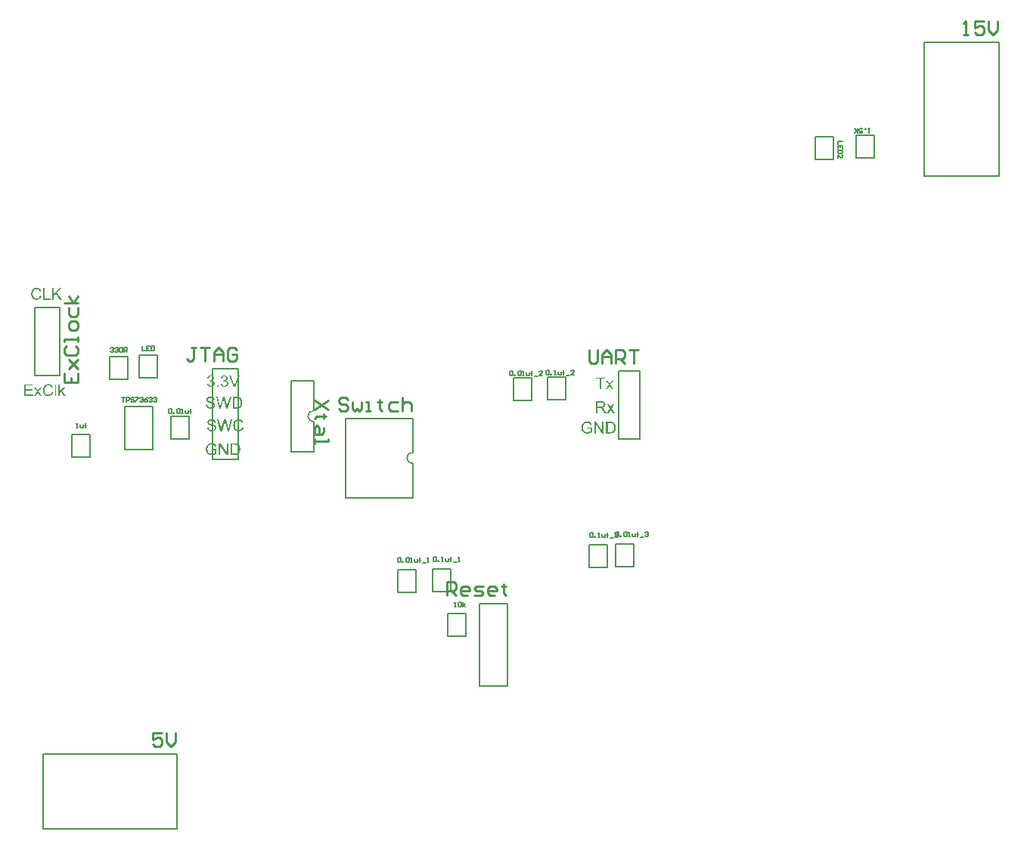
<source format=gbo>
G04*
G04 #@! TF.GenerationSoftware,Altium Limited,Altium Designer,19.1.5 (86)*
G04*
G04 Layer_Color=32896*
%FSLAX25Y25*%
%MOIN*%
G70*
G01*
G75*
%ADD10C,0.00787*%
%ADD12C,0.01000*%
%ADD62C,0.00500*%
G36*
X22123Y344000D02*
X22802D01*
Y345781D01*
X23638Y346585D01*
X25466Y344000D01*
X26364D01*
X24114Y347046D01*
X26270Y349131D01*
X25348D01*
X22802Y346593D01*
Y349131D01*
X22123D01*
Y344000D01*
D02*
G37*
G36*
X14969Y349201D02*
X14735Y349170D01*
X14524Y349115D01*
X14430Y349092D01*
X14344Y349061D01*
X14266Y349030D01*
X14188Y349006D01*
X14125Y348975D01*
X14078Y348952D01*
X14032Y348936D01*
X14000Y348920D01*
X13985Y348905D01*
X13977D01*
X13782Y348780D01*
X13602Y348631D01*
X13454Y348483D01*
X13337Y348335D01*
X13235Y348202D01*
X13196Y348147D01*
X13165Y348100D01*
X13141Y348053D01*
X13126Y348022D01*
X13110Y348007D01*
Y347999D01*
X13009Y347772D01*
X12931Y347530D01*
X12884Y347296D01*
X12845Y347077D01*
X12829Y346976D01*
X12821Y346890D01*
X12813Y346804D01*
Y346733D01*
X12806Y346679D01*
Y346640D01*
Y346608D01*
Y346601D01*
X12813Y346327D01*
X12845Y346077D01*
X12891Y345843D01*
X12915Y345734D01*
X12938Y345640D01*
X12962Y345546D01*
X12985Y345468D01*
X13009Y345398D01*
X13032Y345336D01*
X13048Y345289D01*
X13063Y345257D01*
X13071Y345234D01*
Y345226D01*
X13180Y345000D01*
X13313Y344804D01*
X13438Y344633D01*
X13571Y344500D01*
X13680Y344391D01*
X13774Y344312D01*
X13813Y344289D01*
X13836Y344266D01*
X13852Y344258D01*
X13860Y344250D01*
X13961Y344187D01*
X14071Y344141D01*
X14289Y344055D01*
X14516Y344000D01*
X14735Y343953D01*
X14828Y343945D01*
X14922Y343930D01*
X15000Y343922D01*
X15070D01*
X15133Y343914D01*
X15211D01*
X15359Y343922D01*
X15500Y343930D01*
X15758Y343984D01*
X15875Y344016D01*
X15992Y344055D01*
X16093Y344094D01*
X16187Y344133D01*
X16273Y344172D01*
X16343Y344211D01*
X16406Y344250D01*
X16461Y344281D01*
X16507Y344312D01*
X16539Y344336D01*
X16554Y344344D01*
X16562Y344352D01*
X16664Y344437D01*
X16757Y344531D01*
X16914Y344734D01*
X17054Y344945D01*
X17156Y345156D01*
X17202Y345250D01*
X17234Y345336D01*
X17265Y345421D01*
X17296Y345484D01*
X17312Y345546D01*
X17327Y345585D01*
X17335Y345617D01*
Y345624D01*
X16656Y345796D01*
X16593Y345570D01*
X16515Y345367D01*
X16421Y345203D01*
X16336Y345062D01*
X16250Y344961D01*
X16179Y344882D01*
X16133Y344836D01*
X16125Y344828D01*
X16117Y344820D01*
X15961Y344711D01*
X15804Y344633D01*
X15641Y344570D01*
X15492Y344531D01*
X15359Y344508D01*
X15297Y344500D01*
X15250D01*
X15211Y344492D01*
X15156D01*
X14985Y344500D01*
X14820Y344531D01*
X14672Y344570D01*
X14547Y344609D01*
X14438Y344656D01*
X14352Y344687D01*
X14321Y344703D01*
X14297Y344719D01*
X14289Y344726D01*
X14282D01*
X14141Y344828D01*
X14024Y344945D01*
X13922Y345062D01*
X13836Y345187D01*
X13774Y345289D01*
X13735Y345382D01*
X13719Y345414D01*
X13704Y345437D01*
X13696Y345453D01*
Y345461D01*
X13633Y345648D01*
X13587Y345843D01*
X13555Y346038D01*
X13532Y346218D01*
X13524Y346296D01*
X13516Y346366D01*
Y346437D01*
X13508Y346491D01*
Y346538D01*
Y346569D01*
Y346593D01*
Y346601D01*
X13516Y346788D01*
X13532Y346968D01*
X13555Y347132D01*
X13587Y347280D01*
X13618Y347405D01*
X13626Y347460D01*
X13641Y347499D01*
X13649Y347538D01*
X13657Y347561D01*
X13665Y347577D01*
Y347585D01*
X13735Y347757D01*
X13821Y347913D01*
X13915Y348038D01*
X14000Y348147D01*
X14086Y348233D01*
X14157Y348295D01*
X14203Y348335D01*
X14211Y348350D01*
X14219D01*
X14375Y348444D01*
X14539Y348514D01*
X14703Y348569D01*
X14860Y348600D01*
X15000Y348623D01*
X15055Y348631D01*
X15110D01*
X15148Y348639D01*
X15203D01*
X15391Y348631D01*
X15555Y348600D01*
X15703Y348561D01*
X15820Y348514D01*
X15922Y348460D01*
X15992Y348421D01*
X16039Y348389D01*
X16055Y348381D01*
X16179Y348272D01*
X16281Y348147D01*
X16375Y348007D01*
X16445Y347874D01*
X16500Y347757D01*
X16523Y347702D01*
X16546Y347655D01*
X16562Y347616D01*
X16570Y347585D01*
X16578Y347569D01*
Y347561D01*
X17249Y347718D01*
X17156Y347968D01*
X17101Y348085D01*
X17046Y348186D01*
X16984Y348288D01*
X16921Y348381D01*
X16867Y348460D01*
X16804Y348538D01*
X16749Y348600D01*
X16695Y348655D01*
X16640Y348709D01*
X16601Y348748D01*
X16562Y348780D01*
X16539Y348803D01*
X16523Y348811D01*
X16515Y348819D01*
X16414Y348889D01*
X16312Y348952D01*
X16203Y349006D01*
X16093Y349053D01*
X15875Y349123D01*
X15672Y349170D01*
X15578Y349186D01*
X15492Y349194D01*
X15414Y349201D01*
X15352Y349209D01*
X15297Y349217D01*
X15219D01*
X14969Y349201D01*
D02*
G37*
G36*
X18140Y344000D02*
X21342D01*
Y344601D01*
X18819D01*
Y349131D01*
X18140D01*
Y344000D01*
D02*
G37*
G36*
X15413Y303421D02*
X14062Y301500D01*
X14827D01*
X15827Y302921D01*
X15999Y302648D01*
X16764Y301500D01*
X17537D01*
X16186Y303421D01*
X17451Y305218D01*
X16686D01*
X16061Y304335D01*
X15968Y304194D01*
X15921Y304124D01*
X15874Y304062D01*
X15835Y304007D01*
X15804Y303968D01*
X15788Y303937D01*
X15780Y303929D01*
X15702Y304062D01*
X15616Y304194D01*
X15577Y304249D01*
X15554Y304296D01*
X15530Y304327D01*
X15522Y304335D01*
X14937Y305218D01*
X14164D01*
X15413Y303421D01*
D02*
G37*
G36*
X24832Y301500D02*
X25464D01*
Y302976D01*
X25902Y303398D01*
X27136Y301500D01*
X27917D01*
X26355Y303835D01*
X27776Y305218D01*
X26956D01*
X25464Y303710D01*
Y306631D01*
X24832D01*
Y301500D01*
D02*
G37*
G36*
X20122Y306701D02*
X19888Y306670D01*
X19677Y306615D01*
X19584Y306592D01*
X19498Y306561D01*
X19420Y306530D01*
X19342Y306506D01*
X19279Y306475D01*
X19232Y306452D01*
X19185Y306436D01*
X19154Y306420D01*
X19139Y306405D01*
X19131D01*
X18935Y306280D01*
X18756Y306131D01*
X18607Y305983D01*
X18490Y305835D01*
X18389Y305702D01*
X18350Y305647D01*
X18318Y305600D01*
X18295Y305553D01*
X18279Y305522D01*
X18264Y305506D01*
Y305499D01*
X18162Y305272D01*
X18084Y305030D01*
X18037Y304796D01*
X17998Y304577D01*
X17983Y304476D01*
X17975Y304390D01*
X17967Y304304D01*
Y304234D01*
X17959Y304179D01*
Y304140D01*
Y304109D01*
Y304101D01*
X17967Y303827D01*
X17998Y303577D01*
X18045Y303343D01*
X18068Y303234D01*
X18092Y303140D01*
X18115Y303046D01*
X18139Y302968D01*
X18162Y302898D01*
X18186Y302835D01*
X18201Y302789D01*
X18217Y302757D01*
X18225Y302734D01*
Y302726D01*
X18334Y302500D01*
X18467Y302304D01*
X18592Y302133D01*
X18724Y302000D01*
X18834Y301890D01*
X18928Y301812D01*
X18967Y301789D01*
X18990Y301765D01*
X19006Y301758D01*
X19014Y301750D01*
X19115Y301687D01*
X19224Y301641D01*
X19443Y301555D01*
X19669Y301500D01*
X19888Y301453D01*
X19982Y301445D01*
X20076Y301430D01*
X20154Y301422D01*
X20224D01*
X20287Y301414D01*
X20365D01*
X20513Y301422D01*
X20654Y301430D01*
X20911Y301484D01*
X21028Y301516D01*
X21146Y301555D01*
X21247Y301594D01*
X21341Y301633D01*
X21427Y301672D01*
X21497Y301711D01*
X21560Y301750D01*
X21614Y301781D01*
X21661Y301812D01*
X21692Y301836D01*
X21708Y301844D01*
X21716Y301852D01*
X21817Y301937D01*
X21911Y302031D01*
X22067Y302234D01*
X22208Y302445D01*
X22309Y302656D01*
X22356Y302750D01*
X22387Y302835D01*
X22419Y302921D01*
X22450Y302984D01*
X22466Y303046D01*
X22481Y303085D01*
X22489Y303117D01*
Y303124D01*
X21810Y303296D01*
X21747Y303070D01*
X21669Y302867D01*
X21575Y302703D01*
X21489Y302562D01*
X21403Y302461D01*
X21333Y302382D01*
X21286Y302336D01*
X21278Y302328D01*
X21271Y302320D01*
X21114Y302211D01*
X20958Y302133D01*
X20794Y302070D01*
X20646Y302031D01*
X20513Y302008D01*
X20450Y302000D01*
X20404D01*
X20365Y301992D01*
X20310D01*
X20138Y302000D01*
X19974Y302031D01*
X19826Y302070D01*
X19701Y302109D01*
X19591Y302156D01*
X19505Y302187D01*
X19474Y302203D01*
X19451Y302219D01*
X19443Y302226D01*
X19435D01*
X19295Y302328D01*
X19177Y302445D01*
X19076Y302562D01*
X18990Y302687D01*
X18928Y302789D01*
X18889Y302882D01*
X18873Y302914D01*
X18857Y302937D01*
X18849Y302953D01*
Y302960D01*
X18787Y303148D01*
X18740Y303343D01*
X18709Y303538D01*
X18686Y303718D01*
X18678Y303796D01*
X18670Y303866D01*
Y303937D01*
X18662Y303991D01*
Y304038D01*
Y304069D01*
Y304093D01*
Y304101D01*
X18670Y304288D01*
X18686Y304468D01*
X18709Y304632D01*
X18740Y304780D01*
X18771Y304905D01*
X18779Y304960D01*
X18795Y304999D01*
X18803Y305038D01*
X18810Y305061D01*
X18818Y305077D01*
Y305085D01*
X18889Y305257D01*
X18974Y305413D01*
X19068Y305538D01*
X19154Y305647D01*
X19240Y305733D01*
X19310Y305796D01*
X19357Y305835D01*
X19365Y305850D01*
X19373D01*
X19529Y305944D01*
X19693Y306014D01*
X19857Y306069D01*
X20013Y306100D01*
X20154Y306123D01*
X20208Y306131D01*
X20263D01*
X20302Y306139D01*
X20357D01*
X20544Y306131D01*
X20708Y306100D01*
X20857Y306061D01*
X20974Y306014D01*
X21075Y305960D01*
X21146Y305921D01*
X21192Y305889D01*
X21208Y305881D01*
X21333Y305772D01*
X21435Y305647D01*
X21528Y305506D01*
X21599Y305374D01*
X21653Y305257D01*
X21677Y305202D01*
X21700Y305155D01*
X21716Y305116D01*
X21724Y305085D01*
X21731Y305069D01*
Y305061D01*
X22403Y305218D01*
X22309Y305468D01*
X22255Y305585D01*
X22200Y305686D01*
X22138Y305788D01*
X22075Y305881D01*
X22020Y305960D01*
X21958Y306038D01*
X21903Y306100D01*
X21848Y306155D01*
X21794Y306209D01*
X21755Y306248D01*
X21716Y306280D01*
X21692Y306303D01*
X21677Y306311D01*
X21669Y306319D01*
X21567Y306389D01*
X21466Y306452D01*
X21357Y306506D01*
X21247Y306553D01*
X21028Y306623D01*
X20825Y306670D01*
X20732Y306686D01*
X20646Y306694D01*
X20568Y306701D01*
X20505Y306709D01*
X20450Y306717D01*
X20372D01*
X20122Y306701D01*
D02*
G37*
G36*
X9805Y301500D02*
X13632D01*
Y302101D01*
X10485D01*
Y303851D01*
X13320D01*
Y304452D01*
X10485D01*
Y306030D01*
X13515D01*
Y306631D01*
X9805D01*
Y301500D01*
D02*
G37*
G36*
X23231D02*
X23864D01*
Y306631D01*
X23231D01*
Y301500D01*
D02*
G37*
G36*
X91688Y310639D02*
X91493Y310600D01*
X91313Y310545D01*
X91165Y310483D01*
X91048Y310413D01*
X91001Y310381D01*
X90961Y310358D01*
X90922Y310334D01*
X90899Y310319D01*
X90891Y310311D01*
X90883Y310303D01*
X90743Y310163D01*
X90633Y310006D01*
X90540Y309842D01*
X90477Y309686D01*
X90423Y309546D01*
X90407Y309483D01*
X90391Y309428D01*
X90384Y309389D01*
X90376Y309358D01*
X90368Y309335D01*
Y309327D01*
X91001Y309218D01*
X91032Y309382D01*
X91079Y309522D01*
X91126Y309639D01*
X91180Y309733D01*
X91227Y309811D01*
X91266Y309866D01*
X91297Y309897D01*
X91305Y309905D01*
X91407Y309983D01*
X91508Y310038D01*
X91610Y310085D01*
X91711Y310108D01*
X91789Y310123D01*
X91860Y310139D01*
X91922D01*
X92055Y310131D01*
X92172Y310100D01*
X92274Y310069D01*
X92360Y310022D01*
X92430Y309983D01*
X92484Y309944D01*
X92516Y309913D01*
X92523Y309905D01*
X92602Y309819D01*
X92656Y309717D01*
X92703Y309624D01*
X92727Y309538D01*
X92742Y309452D01*
X92758Y309389D01*
Y309350D01*
Y309343D01*
Y309335D01*
X92742Y309178D01*
X92703Y309046D01*
X92656Y308936D01*
X92594Y308851D01*
X92531Y308780D01*
X92484Y308726D01*
X92445Y308694D01*
X92430Y308686D01*
X92305Y308616D01*
X92180Y308569D01*
X92063Y308530D01*
X91953Y308507D01*
X91852Y308491D01*
X91782Y308483D01*
X91680D01*
X91649Y308491D01*
X91610D01*
X91540Y307937D01*
X91633Y307960D01*
X91719Y307976D01*
X91797Y307984D01*
X91860Y307991D01*
X91914Y307999D01*
X91985D01*
X92141Y307984D01*
X92274Y307952D01*
X92399Y307913D01*
X92500Y307859D01*
X92586Y307804D01*
X92649Y307765D01*
X92680Y307734D01*
X92695Y307718D01*
X92789Y307609D01*
X92859Y307492D01*
X92914Y307367D01*
X92945Y307257D01*
X92969Y307156D01*
X92976Y307078D01*
X92984Y307046D01*
Y307023D01*
Y307015D01*
Y307007D01*
X92969Y306843D01*
X92937Y306695D01*
X92891Y306562D01*
X92836Y306453D01*
X92773Y306359D01*
X92727Y306297D01*
X92695Y306258D01*
X92680Y306242D01*
X92563Y306140D01*
X92438Y306062D01*
X92313Y306015D01*
X92188Y305976D01*
X92086Y305953D01*
X92008Y305945D01*
X91977Y305937D01*
X91930D01*
X91797Y305945D01*
X91672Y305976D01*
X91563Y306015D01*
X91477Y306054D01*
X91399Y306101D01*
X91344Y306133D01*
X91313Y306164D01*
X91297Y306172D01*
X91211Y306273D01*
X91133Y306390D01*
X91071Y306523D01*
X91024Y306648D01*
X90985Y306765D01*
X90961Y306859D01*
X90946Y306890D01*
Y306921D01*
X90938Y306937D01*
Y306945D01*
X90306Y306859D01*
X90321Y306742D01*
X90345Y306632D01*
X90415Y306429D01*
X90493Y306250D01*
X90587Y306094D01*
X90626Y306031D01*
X90673Y305976D01*
X90712Y305930D01*
X90743Y305883D01*
X90774Y305852D01*
X90798Y305828D01*
X90805Y305820D01*
X90813Y305812D01*
X90899Y305742D01*
X90993Y305680D01*
X91079Y305625D01*
X91172Y305586D01*
X91360Y305508D01*
X91540Y305461D01*
X91618Y305445D01*
X91696Y305437D01*
X91758Y305430D01*
X91821Y305422D01*
X91868Y305414D01*
X91930D01*
X92063Y305422D01*
X92195Y305437D01*
X92321Y305453D01*
X92438Y305484D01*
X92547Y305523D01*
X92649Y305562D01*
X92742Y305602D01*
X92828Y305648D01*
X92898Y305687D01*
X92969Y305727D01*
X93031Y305766D01*
X93078Y305805D01*
X93117Y305836D01*
X93141Y305852D01*
X93156Y305867D01*
X93164Y305875D01*
X93250Y305969D01*
X93328Y306062D01*
X93390Y306156D01*
X93445Y306250D01*
X93500Y306344D01*
X93539Y306445D01*
X93594Y306625D01*
X93617Y306703D01*
X93633Y306781D01*
X93640Y306843D01*
X93648Y306906D01*
X93656Y306953D01*
Y306984D01*
Y307007D01*
Y307015D01*
X93648Y307195D01*
X93617Y307359D01*
X93578Y307499D01*
X93531Y307616D01*
X93476Y307710D01*
X93437Y307781D01*
X93406Y307827D01*
X93398Y307843D01*
X93297Y307960D01*
X93180Y308054D01*
X93062Y308132D01*
X92953Y308187D01*
X92852Y308233D01*
X92773Y308257D01*
X92742Y308273D01*
X92719D01*
X92703Y308280D01*
X92695D01*
X92820Y308343D01*
X92930Y308421D01*
X93016Y308491D01*
X93094Y308561D01*
X93148Y308624D01*
X93195Y308671D01*
X93219Y308702D01*
X93226Y308718D01*
X93289Y308819D01*
X93328Y308929D01*
X93359Y309030D01*
X93383Y309124D01*
X93398Y309202D01*
X93406Y309264D01*
Y309303D01*
Y309319D01*
X93398Y309452D01*
X93375Y309569D01*
X93344Y309678D01*
X93312Y309780D01*
X93281Y309858D01*
X93250Y309921D01*
X93226Y309960D01*
X93219Y309975D01*
X93141Y310085D01*
X93055Y310186D01*
X92961Y310272D01*
X92875Y310342D01*
X92797Y310397D01*
X92734Y310436D01*
X92687Y310459D01*
X92680Y310467D01*
X92672D01*
X92539Y310530D01*
X92406Y310577D01*
X92274Y310608D01*
X92156Y310631D01*
X92055Y310647D01*
X91977Y310655D01*
X91797D01*
X91688Y310639D01*
D02*
G37*
G36*
X97663D02*
X97467Y310600D01*
X97288Y310545D01*
X97139Y310483D01*
X97022Y310413D01*
X96975Y310381D01*
X96936Y310358D01*
X96897Y310334D01*
X96874Y310319D01*
X96866Y310311D01*
X96858Y310303D01*
X96718Y310163D01*
X96608Y310006D01*
X96514Y309842D01*
X96452Y309686D01*
X96397Y309546D01*
X96382Y309483D01*
X96366Y309428D01*
X96358Y309389D01*
X96350Y309358D01*
X96343Y309335D01*
Y309327D01*
X96975Y309218D01*
X97006Y309382D01*
X97053Y309522D01*
X97100Y309639D01*
X97155Y309733D01*
X97202Y309811D01*
X97241Y309866D01*
X97272Y309897D01*
X97280Y309905D01*
X97381Y309983D01*
X97483Y310038D01*
X97584Y310085D01*
X97686Y310108D01*
X97764Y310123D01*
X97834Y310139D01*
X97897D01*
X98030Y310131D01*
X98147Y310100D01*
X98248Y310069D01*
X98334Y310022D01*
X98405Y309983D01*
X98459Y309944D01*
X98490Y309913D01*
X98498Y309905D01*
X98576Y309819D01*
X98631Y309717D01*
X98678Y309624D01*
X98701Y309538D01*
X98717Y309452D01*
X98733Y309389D01*
Y309350D01*
Y309343D01*
Y309335D01*
X98717Y309178D01*
X98678Y309046D01*
X98631Y308936D01*
X98568Y308851D01*
X98506Y308780D01*
X98459Y308726D01*
X98420Y308694D01*
X98405Y308686D01*
X98280Y308616D01*
X98154Y308569D01*
X98037Y308530D01*
X97928Y308507D01*
X97826Y308491D01*
X97756Y308483D01*
X97655D01*
X97623Y308491D01*
X97584D01*
X97514Y307937D01*
X97608Y307960D01*
X97694Y307976D01*
X97772Y307984D01*
X97834Y307991D01*
X97889Y307999D01*
X97959D01*
X98115Y307984D01*
X98248Y307952D01*
X98373Y307913D01*
X98475Y307859D01*
X98561Y307804D01*
X98623Y307765D01*
X98654Y307734D01*
X98670Y307718D01*
X98764Y307609D01*
X98834Y307492D01*
X98889Y307367D01*
X98920Y307257D01*
X98943Y307156D01*
X98951Y307078D01*
X98959Y307046D01*
Y307023D01*
Y307015D01*
Y307007D01*
X98943Y306843D01*
X98912Y306695D01*
X98865Y306562D01*
X98811Y306453D01*
X98748Y306359D01*
X98701Y306297D01*
X98670Y306258D01*
X98654Y306242D01*
X98537Y306140D01*
X98412Y306062D01*
X98287Y306015D01*
X98162Y305976D01*
X98061Y305953D01*
X97983Y305945D01*
X97952Y305937D01*
X97905D01*
X97772Y305945D01*
X97647Y305976D01*
X97538Y306015D01*
X97452Y306054D01*
X97374Y306101D01*
X97319Y306133D01*
X97288Y306164D01*
X97272Y306172D01*
X97186Y306273D01*
X97108Y306390D01*
X97045Y306523D01*
X96999Y306648D01*
X96960Y306765D01*
X96936Y306859D01*
X96921Y306890D01*
Y306921D01*
X96913Y306937D01*
Y306945D01*
X96280Y306859D01*
X96296Y306742D01*
X96319Y306632D01*
X96390Y306429D01*
X96468Y306250D01*
X96561Y306094D01*
X96600Y306031D01*
X96647Y305976D01*
X96686Y305930D01*
X96718Y305883D01*
X96749Y305852D01*
X96772Y305828D01*
X96780Y305820D01*
X96788Y305812D01*
X96874Y305742D01*
X96967Y305680D01*
X97053Y305625D01*
X97147Y305586D01*
X97334Y305508D01*
X97514Y305461D01*
X97592Y305445D01*
X97670Y305437D01*
X97733Y305430D01*
X97795Y305422D01*
X97842Y305414D01*
X97905D01*
X98037Y305422D01*
X98170Y305437D01*
X98295Y305453D01*
X98412Y305484D01*
X98522Y305523D01*
X98623Y305562D01*
X98717Y305602D01*
X98803Y305648D01*
X98873Y305687D01*
X98943Y305727D01*
X99006Y305766D01*
X99053Y305805D01*
X99092Y305836D01*
X99115Y305852D01*
X99131Y305867D01*
X99139Y305875D01*
X99225Y305969D01*
X99303Y306062D01*
X99365Y306156D01*
X99420Y306250D01*
X99474Y306344D01*
X99514Y306445D01*
X99568Y306625D01*
X99592Y306703D01*
X99607Y306781D01*
X99615Y306843D01*
X99623Y306906D01*
X99631Y306953D01*
Y306984D01*
Y307007D01*
Y307015D01*
X99623Y307195D01*
X99592Y307359D01*
X99553Y307499D01*
X99506Y307616D01*
X99451Y307710D01*
X99412Y307781D01*
X99381Y307827D01*
X99373Y307843D01*
X99271Y307960D01*
X99154Y308054D01*
X99037Y308132D01*
X98928Y308187D01*
X98826Y308233D01*
X98748Y308257D01*
X98717Y308273D01*
X98693D01*
X98678Y308280D01*
X98670D01*
X98795Y308343D01*
X98904Y308421D01*
X98990Y308491D01*
X99068Y308561D01*
X99123Y308624D01*
X99170Y308671D01*
X99193Y308702D01*
X99201Y308718D01*
X99264Y308819D01*
X99303Y308929D01*
X99334Y309030D01*
X99357Y309124D01*
X99373Y309202D01*
X99381Y309264D01*
Y309303D01*
Y309319D01*
X99373Y309452D01*
X99349Y309569D01*
X99318Y309678D01*
X99287Y309780D01*
X99256Y309858D01*
X99225Y309921D01*
X99201Y309960D01*
X99193Y309975D01*
X99115Y310085D01*
X99029Y310186D01*
X98936Y310272D01*
X98850Y310342D01*
X98772Y310397D01*
X98709Y310436D01*
X98662Y310459D01*
X98654Y310467D01*
X98647D01*
X98514Y310530D01*
X98381Y310577D01*
X98248Y310608D01*
X98131Y310631D01*
X98030Y310647D01*
X97952Y310655D01*
X97772D01*
X97663Y310639D01*
D02*
G37*
G36*
X101974Y305500D02*
X102669D01*
X104676Y310631D01*
X103989D01*
X102598Y306906D01*
X102544Y306750D01*
X102489Y306593D01*
X102442Y306453D01*
X102403Y306328D01*
X102372Y306219D01*
X102348Y306133D01*
X102341Y306101D01*
X102333Y306078D01*
X102325Y306070D01*
Y306062D01*
X102239Y306359D01*
X102192Y306500D01*
X102146Y306632D01*
X102106Y306742D01*
X102083Y306828D01*
X102067Y306859D01*
X102060Y306882D01*
X102052Y306898D01*
Y306906D01*
X100724Y310631D01*
X99982D01*
X101974Y305500D01*
D02*
G37*
G36*
X94632D02*
X95351D01*
Y306219D01*
X94632D01*
Y305500D01*
D02*
G37*
G36*
X95686Y296000D02*
X96397D01*
X97475Y299905D01*
X97498Y300007D01*
X97530Y300108D01*
X97553Y300202D01*
X97576Y300303D01*
X97600Y300381D01*
X97615Y300452D01*
X97631Y300491D01*
Y300506D01*
X97639Y300483D01*
X97647Y300452D01*
X97670Y300366D01*
X97694Y300272D01*
X97725Y300163D01*
X97748Y300069D01*
X97772Y299983D01*
X97780Y299952D01*
X97787Y299928D01*
X97795Y299913D01*
Y299905D01*
X98873Y296000D01*
X99537D01*
X100935Y301131D01*
X100248D01*
X99451Y297828D01*
X99396Y297601D01*
X99341Y297390D01*
X99303Y297195D01*
X99263Y297031D01*
X99248Y296961D01*
X99232Y296898D01*
X99224Y296844D01*
X99209Y296797D01*
X99201Y296758D01*
Y296734D01*
X99193Y296719D01*
Y296711D01*
X99138Y297031D01*
X99076Y297351D01*
X99006Y297663D01*
X98974Y297804D01*
X98943Y297937D01*
X98912Y298062D01*
X98888Y298179D01*
X98857Y298281D01*
X98842Y298366D01*
X98818Y298437D01*
X98810Y298484D01*
X98795Y298523D01*
Y298530D01*
X98061Y301131D01*
X97241D01*
X96264Y297663D01*
X96257Y297632D01*
X96249Y297585D01*
X96233Y297523D01*
X96218Y297461D01*
X96179Y297304D01*
X96139Y297140D01*
X96093Y296976D01*
X96077Y296906D01*
X96061Y296844D01*
X96046Y296789D01*
X96038Y296750D01*
X96030Y296719D01*
Y296711D01*
X95991Y296906D01*
X95960Y297093D01*
X95921Y297273D01*
X95890Y297429D01*
X95858Y297562D01*
X95843Y297617D01*
X95835Y297671D01*
X95827Y297703D01*
X95819Y297734D01*
X95811Y297749D01*
Y297757D01*
X95038Y301131D01*
X94343D01*
X95686Y296000D01*
D02*
G37*
G36*
X101575D02*
X103418D01*
X103590Y296008D01*
X103746Y296016D01*
X103887Y296031D01*
X104004Y296047D01*
X104106Y296062D01*
X104176Y296070D01*
X104223Y296086D01*
X104238D01*
X104371Y296125D01*
X104488Y296164D01*
X104590Y296203D01*
X104676Y296242D01*
X104746Y296281D01*
X104801Y296312D01*
X104840Y296328D01*
X104848Y296336D01*
X104941Y296406D01*
X105027Y296484D01*
X105113Y296562D01*
X105176Y296633D01*
X105238Y296703D01*
X105277Y296758D01*
X105308Y296789D01*
X105316Y296804D01*
X105394Y296922D01*
X105465Y297046D01*
X105527Y297171D01*
X105574Y297289D01*
X105613Y297398D01*
X105644Y297476D01*
X105652Y297507D01*
X105660Y297531D01*
X105668Y297546D01*
Y297554D01*
X105714Y297726D01*
X105746Y297906D01*
X105777Y298085D01*
X105793Y298241D01*
X105800Y298382D01*
Y298445D01*
X105808Y298491D01*
Y298538D01*
Y298569D01*
Y298585D01*
Y298593D01*
X105800Y298843D01*
X105777Y299069D01*
X105746Y299272D01*
X105722Y299366D01*
X105707Y299452D01*
X105691Y299530D01*
X105668Y299600D01*
X105652Y299663D01*
X105636Y299710D01*
X105621Y299749D01*
X105613Y299780D01*
X105605Y299796D01*
Y299803D01*
X105519Y299999D01*
X105426Y300170D01*
X105324Y300319D01*
X105222Y300444D01*
X105137Y300545D01*
X105066Y300623D01*
X105012Y300670D01*
X105004Y300686D01*
X104996D01*
X104871Y300780D01*
X104746Y300858D01*
X104621Y300920D01*
X104504Y300967D01*
X104402Y301006D01*
X104316Y301030D01*
X104285Y301045D01*
X104270D01*
X104254Y301053D01*
X104246D01*
X104121Y301077D01*
X103973Y301100D01*
X103817Y301115D01*
X103676Y301123D01*
X103543Y301131D01*
X101575D01*
Y296000D01*
D02*
G37*
G36*
X91610Y301209D02*
X91430Y301186D01*
X91274Y301162D01*
X91133Y301131D01*
X91024Y301092D01*
X90977Y301077D01*
X90938Y301069D01*
X90899Y301053D01*
X90876Y301045D01*
X90868Y301037D01*
X90860D01*
X90711Y300967D01*
X90579Y300881D01*
X90469Y300795D01*
X90383Y300717D01*
X90313Y300639D01*
X90259Y300577D01*
X90227Y300538D01*
X90219Y300530D01*
Y300522D01*
X90149Y300397D01*
X90095Y300264D01*
X90055Y300147D01*
X90032Y300030D01*
X90016Y299936D01*
X90001Y299866D01*
Y299835D01*
Y299811D01*
Y299803D01*
Y299796D01*
X90009Y299671D01*
X90032Y299546D01*
X90055Y299436D01*
X90095Y299343D01*
X90126Y299265D01*
X90149Y299210D01*
X90173Y299171D01*
X90180Y299155D01*
X90259Y299054D01*
X90344Y298960D01*
X90430Y298882D01*
X90524Y298812D01*
X90602Y298757D01*
X90665Y298718D01*
X90711Y298687D01*
X90719Y298679D01*
X90727D01*
X90782Y298648D01*
X90852Y298624D01*
X91000Y298569D01*
X91164Y298515D01*
X91328Y298460D01*
X91477Y298421D01*
X91539Y298406D01*
X91594Y298390D01*
X91641Y298374D01*
X91680Y298366D01*
X91703Y298359D01*
X91711D01*
X91836Y298327D01*
X91953Y298296D01*
X92063Y298273D01*
X92156Y298249D01*
X92234Y298226D01*
X92313Y298202D01*
X92375Y298187D01*
X92437Y298171D01*
X92484Y298156D01*
X92523Y298140D01*
X92586Y298124D01*
X92617Y298116D01*
X92625Y298109D01*
X92734Y298062D01*
X92836Y298007D01*
X92914Y297960D01*
X92976Y297914D01*
X93023Y297867D01*
X93062Y297835D01*
X93078Y297812D01*
X93086Y297804D01*
X93133Y297734D01*
X93164Y297663D01*
X93195Y297593D01*
X93211Y297523D01*
X93218Y297468D01*
X93226Y297421D01*
Y297390D01*
Y297382D01*
X93218Y297297D01*
X93203Y297218D01*
X93179Y297140D01*
X93156Y297078D01*
X93125Y297023D01*
X93101Y296984D01*
X93086Y296953D01*
X93078Y296945D01*
X93015Y296875D01*
X92945Y296812D01*
X92875Y296758D01*
X92797Y296711D01*
X92734Y296672D01*
X92680Y296648D01*
X92648Y296633D01*
X92633Y296625D01*
X92516Y296586D01*
X92398Y296562D01*
X92289Y296539D01*
X92180Y296531D01*
X92094Y296523D01*
X92016Y296515D01*
X91953D01*
X91797Y296523D01*
X91649Y296539D01*
X91508Y296562D01*
X91399Y296594D01*
X91297Y296617D01*
X91227Y296640D01*
X91180Y296656D01*
X91172Y296664D01*
X91164D01*
X91047Y296726D01*
X90938Y296789D01*
X90852Y296859D01*
X90782Y296922D01*
X90719Y296976D01*
X90680Y297023D01*
X90657Y297054D01*
X90649Y297062D01*
X90594Y297164D01*
X90548Y297265D01*
X90516Y297375D01*
X90485Y297476D01*
X90469Y297570D01*
X90454Y297640D01*
X90446Y297687D01*
Y297695D01*
Y297703D01*
X89806Y297648D01*
X89821Y297461D01*
X89852Y297289D01*
X89899Y297125D01*
X89946Y296992D01*
X89993Y296875D01*
X90016Y296828D01*
X90040Y296789D01*
X90055Y296758D01*
X90071Y296734D01*
X90079Y296726D01*
Y296719D01*
X90188Y296578D01*
X90313Y296453D01*
X90430Y296352D01*
X90555Y296266D01*
X90657Y296195D01*
X90743Y296148D01*
X90774Y296133D01*
X90797Y296117D01*
X90813Y296109D01*
X90821D01*
X91008Y296047D01*
X91203Y296000D01*
X91399Y295961D01*
X91578Y295937D01*
X91664Y295930D01*
X91742Y295922D01*
X91813D01*
X91867Y295914D01*
X91984D01*
X92188Y295922D01*
X92367Y295945D01*
X92539Y295977D01*
X92680Y296016D01*
X92804Y296047D01*
X92851Y296062D01*
X92890Y296078D01*
X92922Y296094D01*
X92945Y296101D01*
X92961Y296109D01*
X92969D01*
X93125Y296195D01*
X93265Y296281D01*
X93383Y296375D01*
X93476Y296469D01*
X93554Y296547D01*
X93601Y296609D01*
X93640Y296656D01*
X93648Y296672D01*
X93726Y296804D01*
X93781Y296945D01*
X93828Y297078D01*
X93851Y297195D01*
X93867Y297297D01*
X93882Y297375D01*
Y297406D01*
Y297429D01*
Y297437D01*
Y297445D01*
X93875Y297593D01*
X93851Y297734D01*
X93812Y297859D01*
X93773Y297960D01*
X93734Y298054D01*
X93695Y298116D01*
X93672Y298156D01*
X93664Y298171D01*
X93578Y298281D01*
X93476Y298382D01*
X93367Y298476D01*
X93257Y298554D01*
X93156Y298608D01*
X93078Y298655D01*
X93047Y298671D01*
X93031Y298687D01*
X93015Y298694D01*
X93008D01*
X92945Y298718D01*
X92867Y298749D01*
X92789Y298780D01*
X92695Y298804D01*
X92508Y298858D01*
X92320Y298913D01*
X92149Y298952D01*
X92070Y298976D01*
X92000Y298991D01*
X91945Y299007D01*
X91906Y299015D01*
X91875Y299023D01*
X91867D01*
X91719Y299061D01*
X91586Y299093D01*
X91469Y299124D01*
X91360Y299163D01*
X91266Y299194D01*
X91188Y299218D01*
X91118Y299249D01*
X91055Y299280D01*
X91000Y299304D01*
X90954Y299319D01*
X90922Y299343D01*
X90899Y299358D01*
X90860Y299382D01*
X90852Y299390D01*
X90790Y299460D01*
X90743Y299530D01*
X90704Y299608D01*
X90680Y299678D01*
X90665Y299741D01*
X90657Y299796D01*
Y299827D01*
Y299843D01*
X90672Y299960D01*
X90704Y300061D01*
X90743Y300155D01*
X90797Y300233D01*
X90844Y300303D01*
X90891Y300350D01*
X90922Y300381D01*
X90930Y300389D01*
X90985Y300428D01*
X91047Y300467D01*
X91188Y300522D01*
X91336Y300561D01*
X91485Y300585D01*
X91617Y300608D01*
X91680D01*
X91727Y300616D01*
X91828D01*
X92039Y300608D01*
X92219Y300577D01*
X92375Y300538D01*
X92500Y300491D01*
X92594Y300444D01*
X92664Y300405D01*
X92703Y300374D01*
X92719Y300366D01*
X92820Y300264D01*
X92906Y300147D01*
X92969Y300030D01*
X93015Y299913D01*
X93047Y299803D01*
X93062Y299718D01*
X93070Y299686D01*
X93078Y299663D01*
Y299647D01*
Y299640D01*
X93726Y299686D01*
X93711Y299850D01*
X93679Y299999D01*
X93632Y300139D01*
X93585Y300256D01*
X93546Y300350D01*
X93507Y300428D01*
X93476Y300475D01*
X93468Y300491D01*
X93375Y300616D01*
X93265Y300725D01*
X93156Y300819D01*
X93047Y300897D01*
X92945Y300952D01*
X92867Y300998D01*
X92836Y301014D01*
X92812Y301022D01*
X92804Y301030D01*
X92797D01*
X92633Y301092D01*
X92461Y301139D01*
X92289Y301170D01*
X92133Y301194D01*
X92000Y301209D01*
X91945D01*
X91891Y301217D01*
X91797D01*
X91610Y301209D01*
D02*
G37*
G36*
X96186Y286000D02*
X96897D01*
X97975Y289905D01*
X97998Y290006D01*
X98030Y290108D01*
X98053Y290202D01*
X98076Y290303D01*
X98100Y290381D01*
X98115Y290452D01*
X98131Y290491D01*
Y290506D01*
X98139Y290483D01*
X98147Y290452D01*
X98170Y290366D01*
X98194Y290272D01*
X98225Y290163D01*
X98248Y290069D01*
X98272Y289983D01*
X98280Y289952D01*
X98287Y289928D01*
X98295Y289913D01*
Y289905D01*
X99373Y286000D01*
X100037D01*
X101435Y291131D01*
X100748D01*
X99951Y287827D01*
X99896Y287601D01*
X99841Y287390D01*
X99803Y287195D01*
X99763Y287031D01*
X99748Y286961D01*
X99732Y286898D01*
X99724Y286843D01*
X99709Y286797D01*
X99701Y286758D01*
Y286734D01*
X99693Y286719D01*
Y286711D01*
X99638Y287031D01*
X99576Y287351D01*
X99506Y287664D01*
X99474Y287804D01*
X99443Y287937D01*
X99412Y288062D01*
X99388Y288179D01*
X99357Y288281D01*
X99342Y288366D01*
X99318Y288437D01*
X99310Y288484D01*
X99295Y288523D01*
Y288530D01*
X98561Y291131D01*
X97741D01*
X96764Y287664D01*
X96757Y287632D01*
X96749Y287585D01*
X96733Y287523D01*
X96718Y287460D01*
X96679Y287304D01*
X96639Y287140D01*
X96593Y286976D01*
X96577Y286906D01*
X96561Y286843D01*
X96546Y286789D01*
X96538Y286750D01*
X96530Y286719D01*
Y286711D01*
X96491Y286906D01*
X96460Y287093D01*
X96421Y287273D01*
X96390Y287429D01*
X96358Y287562D01*
X96343Y287617D01*
X96335Y287671D01*
X96327Y287703D01*
X96319Y287734D01*
X96311Y287749D01*
Y287757D01*
X95538Y291131D01*
X94843D01*
X96186Y286000D01*
D02*
G37*
G36*
X104043Y291201D02*
X103809Y291170D01*
X103598Y291115D01*
X103504Y291092D01*
X103419Y291061D01*
X103340Y291030D01*
X103262Y291006D01*
X103200Y290975D01*
X103153Y290951D01*
X103106Y290936D01*
X103075Y290920D01*
X103059Y290905D01*
X103051D01*
X102856Y290780D01*
X102676Y290631D01*
X102528Y290483D01*
X102411Y290335D01*
X102310Y290202D01*
X102270Y290147D01*
X102239Y290100D01*
X102216Y290053D01*
X102200Y290022D01*
X102184Y290006D01*
Y289999D01*
X102083Y289772D01*
X102005Y289530D01*
X101958Y289296D01*
X101919Y289077D01*
X101903Y288976D01*
X101895Y288890D01*
X101888Y288804D01*
Y288734D01*
X101880Y288679D01*
Y288640D01*
Y288609D01*
Y288601D01*
X101888Y288327D01*
X101919Y288077D01*
X101966Y287843D01*
X101989Y287734D01*
X102013Y287640D01*
X102036Y287546D01*
X102060Y287468D01*
X102083Y287398D01*
X102106Y287335D01*
X102122Y287289D01*
X102138Y287257D01*
X102146Y287234D01*
Y287226D01*
X102255Y287000D01*
X102388Y286804D01*
X102513Y286633D01*
X102645Y286500D01*
X102755Y286390D01*
X102848Y286312D01*
X102887Y286289D01*
X102911Y286265D01*
X102927Y286258D01*
X102934Y286250D01*
X103036Y286187D01*
X103145Y286141D01*
X103364Y286055D01*
X103590Y286000D01*
X103809Y285953D01*
X103903Y285945D01*
X103996Y285930D01*
X104075Y285922D01*
X104145D01*
X104207Y285914D01*
X104285D01*
X104434Y285922D01*
X104574Y285930D01*
X104832Y285984D01*
X104949Y286016D01*
X105066Y286055D01*
X105168Y286094D01*
X105262Y286133D01*
X105348Y286172D01*
X105418Y286211D01*
X105480Y286250D01*
X105535Y286281D01*
X105582Y286312D01*
X105613Y286336D01*
X105629Y286344D01*
X105637Y286351D01*
X105738Y286437D01*
X105832Y286531D01*
X105988Y286734D01*
X106129Y286945D01*
X106230Y287156D01*
X106277Y287250D01*
X106308Y287335D01*
X106339Y287421D01*
X106371Y287484D01*
X106386Y287546D01*
X106402Y287585D01*
X106410Y287617D01*
Y287625D01*
X105730Y287796D01*
X105668Y287570D01*
X105590Y287367D01*
X105496Y287203D01*
X105410Y287062D01*
X105324Y286961D01*
X105254Y286882D01*
X105207Y286836D01*
X105199Y286828D01*
X105191Y286820D01*
X105035Y286711D01*
X104879Y286633D01*
X104715Y286570D01*
X104567Y286531D01*
X104434Y286508D01*
X104371Y286500D01*
X104324D01*
X104285Y286492D01*
X104231D01*
X104059Y286500D01*
X103895Y286531D01*
X103746Y286570D01*
X103622Y286609D01*
X103512Y286656D01*
X103426Y286687D01*
X103395Y286703D01*
X103372Y286719D01*
X103364Y286726D01*
X103356D01*
X103215Y286828D01*
X103098Y286945D01*
X102997Y287062D01*
X102911Y287187D01*
X102848Y287289D01*
X102809Y287382D01*
X102794Y287414D01*
X102778Y287437D01*
X102770Y287453D01*
Y287460D01*
X102708Y287648D01*
X102661Y287843D01*
X102630Y288038D01*
X102606Y288218D01*
X102598Y288296D01*
X102591Y288366D01*
Y288437D01*
X102583Y288491D01*
Y288538D01*
Y288569D01*
Y288593D01*
Y288601D01*
X102591Y288788D01*
X102606Y288968D01*
X102630Y289132D01*
X102661Y289280D01*
X102692Y289405D01*
X102700Y289460D01*
X102716Y289499D01*
X102723Y289538D01*
X102731Y289561D01*
X102739Y289577D01*
Y289585D01*
X102809Y289757D01*
X102895Y289913D01*
X102989Y290038D01*
X103075Y290147D01*
X103161Y290233D01*
X103231Y290296D01*
X103278Y290335D01*
X103286Y290350D01*
X103294D01*
X103450Y290444D01*
X103614Y290514D01*
X103778Y290569D01*
X103934Y290600D01*
X104075Y290623D01*
X104129Y290631D01*
X104184D01*
X104223Y290639D01*
X104278D01*
X104465Y290631D01*
X104629Y290600D01*
X104777Y290561D01*
X104895Y290514D01*
X104996Y290459D01*
X105066Y290421D01*
X105113Y290389D01*
X105129Y290381D01*
X105254Y290272D01*
X105355Y290147D01*
X105449Y290006D01*
X105519Y289874D01*
X105574Y289757D01*
X105597Y289702D01*
X105621Y289655D01*
X105637Y289616D01*
X105644Y289585D01*
X105652Y289569D01*
Y289561D01*
X106324Y289718D01*
X106230Y289967D01*
X106175Y290085D01*
X106121Y290186D01*
X106058Y290288D01*
X105996Y290381D01*
X105941Y290459D01*
X105879Y290538D01*
X105824Y290600D01*
X105769Y290655D01*
X105715Y290709D01*
X105676Y290749D01*
X105637Y290780D01*
X105613Y290803D01*
X105597Y290811D01*
X105590Y290819D01*
X105488Y290889D01*
X105387Y290951D01*
X105277Y291006D01*
X105168Y291053D01*
X104949Y291123D01*
X104746Y291170D01*
X104653Y291186D01*
X104567Y291194D01*
X104489Y291201D01*
X104426Y291209D01*
X104371Y291217D01*
X104293D01*
X104043Y291201D01*
D02*
G37*
G36*
X92110Y291209D02*
X91930Y291186D01*
X91774Y291162D01*
X91633Y291131D01*
X91524Y291092D01*
X91477Y291076D01*
X91438Y291069D01*
X91399Y291053D01*
X91375Y291045D01*
X91368Y291037D01*
X91360D01*
X91211Y290967D01*
X91079Y290881D01*
X90969Y290795D01*
X90883Y290717D01*
X90813Y290639D01*
X90759Y290577D01*
X90727Y290538D01*
X90719Y290530D01*
Y290522D01*
X90649Y290397D01*
X90595Y290264D01*
X90555Y290147D01*
X90532Y290030D01*
X90516Y289936D01*
X90501Y289866D01*
Y289835D01*
Y289811D01*
Y289804D01*
Y289796D01*
X90509Y289671D01*
X90532Y289546D01*
X90555Y289436D01*
X90595Y289343D01*
X90626Y289265D01*
X90649Y289210D01*
X90673Y289171D01*
X90680Y289155D01*
X90759Y289054D01*
X90844Y288960D01*
X90930Y288882D01*
X91024Y288812D01*
X91102Y288757D01*
X91165Y288718D01*
X91211Y288687D01*
X91219Y288679D01*
X91227D01*
X91282Y288648D01*
X91352Y288624D01*
X91500Y288569D01*
X91664Y288515D01*
X91828Y288460D01*
X91977Y288421D01*
X92039Y288405D01*
X92094Y288390D01*
X92141Y288374D01*
X92180Y288366D01*
X92203Y288359D01*
X92211D01*
X92336Y288327D01*
X92453Y288296D01*
X92563Y288273D01*
X92656Y288249D01*
X92734Y288226D01*
X92813Y288202D01*
X92875Y288187D01*
X92937Y288171D01*
X92984Y288156D01*
X93023Y288140D01*
X93086Y288124D01*
X93117Y288117D01*
X93125Y288109D01*
X93234Y288062D01*
X93336Y288007D01*
X93414Y287960D01*
X93476Y287913D01*
X93523Y287867D01*
X93562Y287835D01*
X93578Y287812D01*
X93586Y287804D01*
X93633Y287734D01*
X93664Y287664D01*
X93695Y287593D01*
X93711Y287523D01*
X93718Y287468D01*
X93726Y287421D01*
Y287390D01*
Y287382D01*
X93718Y287297D01*
X93703Y287218D01*
X93679Y287140D01*
X93656Y287078D01*
X93625Y287023D01*
X93601Y286984D01*
X93586Y286953D01*
X93578Y286945D01*
X93515Y286875D01*
X93445Y286812D01*
X93375Y286758D01*
X93297Y286711D01*
X93234Y286672D01*
X93180Y286648D01*
X93148Y286633D01*
X93133Y286625D01*
X93016Y286586D01*
X92898Y286562D01*
X92789Y286539D01*
X92680Y286531D01*
X92594Y286523D01*
X92516Y286515D01*
X92453D01*
X92297Y286523D01*
X92149Y286539D01*
X92008Y286562D01*
X91899Y286594D01*
X91797Y286617D01*
X91727Y286640D01*
X91680Y286656D01*
X91672Y286664D01*
X91664D01*
X91547Y286726D01*
X91438Y286789D01*
X91352Y286859D01*
X91282Y286922D01*
X91219Y286976D01*
X91180Y287023D01*
X91157Y287054D01*
X91149Y287062D01*
X91094Y287164D01*
X91048Y287265D01*
X91016Y287375D01*
X90985Y287476D01*
X90969Y287570D01*
X90954Y287640D01*
X90946Y287687D01*
Y287695D01*
Y287703D01*
X90306Y287648D01*
X90321Y287460D01*
X90352Y287289D01*
X90399Y287125D01*
X90446Y286992D01*
X90493Y286875D01*
X90516Y286828D01*
X90540Y286789D01*
X90555Y286758D01*
X90571Y286734D01*
X90579Y286726D01*
Y286719D01*
X90688Y286578D01*
X90813Y286453D01*
X90930Y286351D01*
X91055Y286265D01*
X91157Y286195D01*
X91243Y286148D01*
X91274Y286133D01*
X91297Y286117D01*
X91313Y286109D01*
X91321D01*
X91508Y286047D01*
X91703Y286000D01*
X91899Y285961D01*
X92078Y285938D01*
X92164Y285930D01*
X92242Y285922D01*
X92313D01*
X92367Y285914D01*
X92484D01*
X92687Y285922D01*
X92867Y285945D01*
X93039Y285977D01*
X93180Y286016D01*
X93305Y286047D01*
X93351Y286063D01*
X93390Y286078D01*
X93422Y286094D01*
X93445Y286102D01*
X93461Y286109D01*
X93469D01*
X93625Y286195D01*
X93765Y286281D01*
X93883Y286375D01*
X93976Y286469D01*
X94054Y286547D01*
X94101Y286609D01*
X94140Y286656D01*
X94148Y286672D01*
X94226Y286804D01*
X94281Y286945D01*
X94328Y287078D01*
X94351Y287195D01*
X94367Y287297D01*
X94382Y287375D01*
Y287406D01*
Y287429D01*
Y287437D01*
Y287445D01*
X94375Y287593D01*
X94351Y287734D01*
X94312Y287859D01*
X94273Y287960D01*
X94234Y288054D01*
X94195Y288117D01*
X94172Y288156D01*
X94164Y288171D01*
X94078Y288281D01*
X93976Y288382D01*
X93867Y288476D01*
X93757Y288554D01*
X93656Y288609D01*
X93578Y288655D01*
X93547Y288671D01*
X93531Y288687D01*
X93515Y288695D01*
X93508D01*
X93445Y288718D01*
X93367Y288749D01*
X93289Y288780D01*
X93195Y288804D01*
X93008Y288859D01*
X92820Y288913D01*
X92649Y288952D01*
X92570Y288976D01*
X92500Y288991D01*
X92445Y289007D01*
X92406Y289015D01*
X92375Y289022D01*
X92367D01*
X92219Y289061D01*
X92086Y289093D01*
X91969Y289124D01*
X91860Y289163D01*
X91766Y289194D01*
X91688Y289218D01*
X91618Y289249D01*
X91555Y289280D01*
X91500Y289304D01*
X91454Y289319D01*
X91422Y289343D01*
X91399Y289358D01*
X91360Y289382D01*
X91352Y289389D01*
X91290Y289460D01*
X91243Y289530D01*
X91204Y289608D01*
X91180Y289679D01*
X91165Y289741D01*
X91157Y289796D01*
Y289827D01*
Y289843D01*
X91172Y289960D01*
X91204Y290061D01*
X91243Y290155D01*
X91297Y290233D01*
X91344Y290303D01*
X91391Y290350D01*
X91422Y290381D01*
X91430Y290389D01*
X91485Y290428D01*
X91547Y290467D01*
X91688Y290522D01*
X91836Y290561D01*
X91985Y290584D01*
X92117Y290608D01*
X92180D01*
X92227Y290616D01*
X92328D01*
X92539Y290608D01*
X92719Y290577D01*
X92875Y290538D01*
X93000Y290491D01*
X93094Y290444D01*
X93164Y290405D01*
X93203Y290374D01*
X93219Y290366D01*
X93320Y290264D01*
X93406Y290147D01*
X93469Y290030D01*
X93515Y289913D01*
X93547Y289804D01*
X93562Y289718D01*
X93570Y289686D01*
X93578Y289663D01*
Y289647D01*
Y289639D01*
X94226Y289686D01*
X94210Y289850D01*
X94179Y289999D01*
X94132Y290139D01*
X94086Y290256D01*
X94046Y290350D01*
X94007Y290428D01*
X93976Y290475D01*
X93968Y290491D01*
X93875Y290616D01*
X93765Y290725D01*
X93656Y290819D01*
X93547Y290897D01*
X93445Y290951D01*
X93367Y290998D01*
X93336Y291014D01*
X93312Y291022D01*
X93305Y291030D01*
X93297D01*
X93133Y291092D01*
X92961Y291139D01*
X92789Y291170D01*
X92633Y291194D01*
X92500Y291209D01*
X92445D01*
X92391Y291217D01*
X92297D01*
X92110Y291209D01*
D02*
G37*
G36*
X95538Y275500D02*
X96186D01*
Y279530D01*
X98881Y275500D01*
X99576D01*
Y280631D01*
X98928D01*
Y276601D01*
X96225Y280631D01*
X95538D01*
Y275500D01*
D02*
G37*
G36*
X92086Y280701D02*
X91836Y280670D01*
X91602Y280615D01*
X91500Y280584D01*
X91407Y280561D01*
X91321Y280530D01*
X91242Y280498D01*
X91172Y280475D01*
X91118Y280444D01*
X91079Y280428D01*
X91040Y280413D01*
X91024Y280397D01*
X91016D01*
X90907Y280334D01*
X90813Y280264D01*
X90626Y280116D01*
X90477Y279960D01*
X90344Y279803D01*
X90251Y279655D01*
X90212Y279600D01*
X90173Y279546D01*
X90149Y279499D01*
X90134Y279468D01*
X90118Y279444D01*
Y279436D01*
X90016Y279194D01*
X89938Y278944D01*
X89884Y278710D01*
X89845Y278491D01*
X89829Y278397D01*
X89821Y278312D01*
X89813Y278234D01*
Y278163D01*
X89806Y278109D01*
Y278069D01*
Y278046D01*
Y278038D01*
X89821Y277765D01*
X89852Y277507D01*
X89907Y277273D01*
X89930Y277164D01*
X89962Y277070D01*
X89993Y276976D01*
X90016Y276898D01*
X90048Y276828D01*
X90071Y276773D01*
X90087Y276726D01*
X90102Y276695D01*
X90118Y276672D01*
Y276664D01*
X90251Y276453D01*
X90399Y276265D01*
X90548Y276101D01*
X90704Y275969D01*
X90836Y275867D01*
X90891Y275828D01*
X90946Y275797D01*
X90985Y275765D01*
X91024Y275750D01*
X91040Y275742D01*
X91047Y275734D01*
X91282Y275625D01*
X91524Y275547D01*
X91750Y275492D01*
X91969Y275453D01*
X92063Y275437D01*
X92149Y275430D01*
X92227Y275422D01*
X92297D01*
X92352Y275414D01*
X92422D01*
X92625Y275422D01*
X92828Y275445D01*
X93008Y275477D01*
X93172Y275516D01*
X93242Y275531D01*
X93312Y275547D01*
X93367Y275563D01*
X93414Y275578D01*
X93453Y275594D01*
X93484Y275602D01*
X93500Y275609D01*
X93507D01*
X93703Y275695D01*
X93898Y275789D01*
X94070Y275890D01*
X94226Y275984D01*
X94359Y276078D01*
X94413Y276109D01*
X94460Y276148D01*
X94499Y276172D01*
X94523Y276195D01*
X94538Y276203D01*
X94546Y276211D01*
Y278116D01*
X92375D01*
Y277515D01*
X93882D01*
Y276547D01*
X93789Y276476D01*
X93687Y276406D01*
X93585Y276343D01*
X93484Y276289D01*
X93390Y276242D01*
X93312Y276211D01*
X93281Y276195D01*
X93257Y276187D01*
X93250Y276180D01*
X93242D01*
X93086Y276125D01*
X92930Y276086D01*
X92781Y276055D01*
X92656Y276039D01*
X92547Y276023D01*
X92461Y276015D01*
X92383D01*
X92195Y276023D01*
X92016Y276047D01*
X91860Y276086D01*
X91711Y276125D01*
X91594Y276164D01*
X91539Y276187D01*
X91500Y276203D01*
X91469Y276211D01*
X91446Y276226D01*
X91430Y276234D01*
X91422D01*
X91266Y276328D01*
X91125Y276437D01*
X91008Y276554D01*
X90914Y276664D01*
X90844Y276765D01*
X90790Y276843D01*
X90766Y276875D01*
X90750Y276898D01*
X90743Y276914D01*
Y276921D01*
X90665Y277109D01*
X90610Y277296D01*
X90563Y277492D01*
X90540Y277679D01*
X90532Y277757D01*
X90524Y277835D01*
X90516Y277906D01*
Y277960D01*
X90508Y278015D01*
Y278046D01*
Y278069D01*
Y278077D01*
X90516Y278280D01*
X90540Y278476D01*
X90571Y278647D01*
X90610Y278804D01*
X90641Y278929D01*
X90657Y278983D01*
X90672Y279022D01*
X90688Y279061D01*
X90696Y279085D01*
X90704Y279100D01*
Y279108D01*
X90750Y279210D01*
X90797Y279304D01*
X90852Y279389D01*
X90907Y279468D01*
X90954Y279530D01*
X90993Y279577D01*
X91016Y279608D01*
X91024Y279616D01*
X91110Y279702D01*
X91196Y279772D01*
X91289Y279835D01*
X91375Y279889D01*
X91453Y279936D01*
X91516Y279967D01*
X91555Y279983D01*
X91571Y279991D01*
X91703Y280038D01*
X91836Y280077D01*
X91977Y280100D01*
X92102Y280123D01*
X92211Y280131D01*
X92297Y280139D01*
X92375D01*
X92516Y280131D01*
X92648Y280116D01*
X92765Y280092D01*
X92867Y280069D01*
X92953Y280045D01*
X93023Y280022D01*
X93062Y280006D01*
X93078Y279999D01*
X93195Y279944D01*
X93289Y279889D01*
X93375Y279827D01*
X93445Y279772D01*
X93500Y279717D01*
X93539Y279678D01*
X93562Y279647D01*
X93570Y279639D01*
X93632Y279546D01*
X93687Y279444D01*
X93734Y279343D01*
X93773Y279249D01*
X93804Y279155D01*
X93836Y279085D01*
X93843Y279038D01*
X93851Y279030D01*
Y279022D01*
X94468Y279194D01*
X94413Y279382D01*
X94351Y279546D01*
X94288Y279686D01*
X94226Y279803D01*
X94164Y279905D01*
X94117Y279975D01*
X94085Y280014D01*
X94078Y280030D01*
X93976Y280147D01*
X93859Y280241D01*
X93742Y280327D01*
X93625Y280397D01*
X93523Y280459D01*
X93445Y280498D01*
X93414Y280514D01*
X93390Y280522D01*
X93375Y280530D01*
X93367D01*
X93195Y280592D01*
X93023Y280639D01*
X92851Y280670D01*
X92703Y280694D01*
X92570Y280709D01*
X92508D01*
X92461Y280717D01*
X92367D01*
X92086Y280701D01*
D02*
G37*
G36*
X100716Y275500D02*
X102559D01*
X102731Y275508D01*
X102887Y275516D01*
X103028Y275531D01*
X103145Y275547D01*
X103246Y275563D01*
X103317Y275570D01*
X103364Y275586D01*
X103379D01*
X103512Y275625D01*
X103629Y275664D01*
X103731Y275703D01*
X103817Y275742D01*
X103887Y275781D01*
X103942Y275812D01*
X103981Y275828D01*
X103989Y275836D01*
X104082Y275906D01*
X104168Y275984D01*
X104254Y276062D01*
X104316Y276133D01*
X104379Y276203D01*
X104418Y276258D01*
X104449Y276289D01*
X104457Y276304D01*
X104535Y276422D01*
X104605Y276547D01*
X104668Y276672D01*
X104715Y276789D01*
X104754Y276898D01*
X104785Y276976D01*
X104793Y277007D01*
X104801Y277031D01*
X104808Y277046D01*
Y277054D01*
X104855Y277226D01*
X104887Y277406D01*
X104918Y277585D01*
X104934Y277742D01*
X104941Y277882D01*
Y277944D01*
X104949Y277991D01*
Y278038D01*
Y278069D01*
Y278085D01*
Y278093D01*
X104941Y278343D01*
X104918Y278569D01*
X104887Y278772D01*
X104863Y278866D01*
X104848Y278952D01*
X104832Y279030D01*
X104808Y279100D01*
X104793Y279163D01*
X104777Y279210D01*
X104762Y279249D01*
X104754Y279280D01*
X104746Y279296D01*
Y279304D01*
X104660Y279499D01*
X104566Y279671D01*
X104465Y279819D01*
X104363Y279944D01*
X104277Y280045D01*
X104207Y280123D01*
X104153Y280170D01*
X104145Y280186D01*
X104137D01*
X104012Y280280D01*
X103887Y280358D01*
X103762Y280420D01*
X103645Y280467D01*
X103543Y280506D01*
X103457Y280530D01*
X103426Y280545D01*
X103410D01*
X103395Y280553D01*
X103387D01*
X103262Y280576D01*
X103114Y280600D01*
X102957Y280615D01*
X102817Y280623D01*
X102684Y280631D01*
X100716D01*
Y275500D01*
D02*
G37*
G36*
X261038Y285000D02*
X261686D01*
Y289030D01*
X264381Y285000D01*
X265076D01*
Y290131D01*
X264428D01*
Y286101D01*
X261725Y290131D01*
X261038D01*
Y285000D01*
D02*
G37*
G36*
X257586Y290201D02*
X257336Y290170D01*
X257102Y290115D01*
X257000Y290084D01*
X256907Y290061D01*
X256821Y290030D01*
X256743Y289998D01*
X256672Y289975D01*
X256618Y289944D01*
X256578Y289928D01*
X256540Y289913D01*
X256524Y289897D01*
X256516D01*
X256407Y289834D01*
X256313Y289764D01*
X256126Y289616D01*
X255977Y289459D01*
X255844Y289303D01*
X255751Y289155D01*
X255712Y289100D01*
X255673Y289046D01*
X255649Y288999D01*
X255633Y288967D01*
X255618Y288944D01*
Y288936D01*
X255516Y288694D01*
X255438Y288444D01*
X255384Y288210D01*
X255345Y287991D01*
X255329Y287897D01*
X255321Y287812D01*
X255313Y287734D01*
Y287663D01*
X255306Y287609D01*
Y287569D01*
Y287546D01*
Y287538D01*
X255321Y287265D01*
X255352Y287007D01*
X255407Y286773D01*
X255431Y286664D01*
X255462Y286570D01*
X255493Y286476D01*
X255516Y286398D01*
X255548Y286328D01*
X255571Y286273D01*
X255587Y286226D01*
X255602Y286195D01*
X255618Y286172D01*
Y286164D01*
X255751Y285953D01*
X255899Y285765D01*
X256047Y285601D01*
X256204Y285469D01*
X256336Y285367D01*
X256391Y285328D01*
X256446Y285297D01*
X256485Y285265D01*
X256524Y285250D01*
X256540Y285242D01*
X256547Y285234D01*
X256782Y285125D01*
X257024Y285047D01*
X257250Y284992D01*
X257469Y284953D01*
X257563Y284938D01*
X257648Y284930D01*
X257727Y284922D01*
X257797D01*
X257852Y284914D01*
X257922D01*
X258125Y284922D01*
X258328Y284945D01*
X258508Y284977D01*
X258672Y285016D01*
X258742Y285031D01*
X258812Y285047D01*
X258867Y285063D01*
X258914Y285078D01*
X258953Y285094D01*
X258984Y285102D01*
X259000Y285109D01*
X259007D01*
X259203Y285195D01*
X259398Y285289D01*
X259570Y285390D01*
X259726Y285484D01*
X259859Y285578D01*
X259913Y285609D01*
X259960Y285648D01*
X259999Y285672D01*
X260023Y285695D01*
X260038Y285703D01*
X260046Y285711D01*
Y287616D01*
X257875D01*
Y287015D01*
X259382D01*
Y286047D01*
X259289Y285976D01*
X259187Y285906D01*
X259085Y285843D01*
X258984Y285789D01*
X258890Y285742D01*
X258812Y285711D01*
X258781Y285695D01*
X258757Y285687D01*
X258750Y285680D01*
X258742D01*
X258586Y285625D01*
X258430Y285586D01*
X258281Y285555D01*
X258156Y285539D01*
X258047Y285523D01*
X257961Y285515D01*
X257883D01*
X257695Y285523D01*
X257516Y285547D01*
X257360Y285586D01*
X257211Y285625D01*
X257094Y285664D01*
X257039Y285687D01*
X257000Y285703D01*
X256969Y285711D01*
X256946Y285726D01*
X256930Y285734D01*
X256922D01*
X256766Y285828D01*
X256625Y285937D01*
X256508Y286054D01*
X256415Y286164D01*
X256344Y286265D01*
X256290Y286343D01*
X256266Y286375D01*
X256251Y286398D01*
X256243Y286414D01*
Y286421D01*
X256165Y286609D01*
X256110Y286796D01*
X256063Y286992D01*
X256040Y287179D01*
X256032Y287257D01*
X256024Y287335D01*
X256016Y287405D01*
Y287460D01*
X256008Y287515D01*
Y287546D01*
Y287569D01*
Y287577D01*
X256016Y287780D01*
X256040Y287976D01*
X256071Y288147D01*
X256110Y288304D01*
X256141Y288429D01*
X256157Y288483D01*
X256172Y288522D01*
X256188Y288561D01*
X256196Y288585D01*
X256204Y288600D01*
Y288608D01*
X256251Y288710D01*
X256297Y288804D01*
X256352Y288889D01*
X256407Y288967D01*
X256454Y289030D01*
X256493Y289077D01*
X256516Y289108D01*
X256524Y289116D01*
X256610Y289202D01*
X256696Y289272D01*
X256789Y289335D01*
X256875Y289389D01*
X256953Y289436D01*
X257016Y289467D01*
X257055Y289483D01*
X257071Y289491D01*
X257203Y289538D01*
X257336Y289577D01*
X257477Y289600D01*
X257602Y289623D01*
X257711Y289631D01*
X257797Y289639D01*
X257875D01*
X258016Y289631D01*
X258148Y289616D01*
X258265Y289592D01*
X258367Y289569D01*
X258453Y289545D01*
X258523Y289522D01*
X258562Y289506D01*
X258578Y289499D01*
X258695Y289444D01*
X258789Y289389D01*
X258875Y289327D01*
X258945Y289272D01*
X259000Y289217D01*
X259039Y289178D01*
X259062Y289147D01*
X259070Y289139D01*
X259132Y289046D01*
X259187Y288944D01*
X259234Y288843D01*
X259273Y288749D01*
X259304Y288655D01*
X259335Y288585D01*
X259343Y288538D01*
X259351Y288530D01*
Y288522D01*
X259968Y288694D01*
X259913Y288882D01*
X259851Y289046D01*
X259788Y289186D01*
X259726Y289303D01*
X259664Y289405D01*
X259617Y289475D01*
X259585Y289514D01*
X259578Y289530D01*
X259476Y289647D01*
X259359Y289741D01*
X259242Y289827D01*
X259125Y289897D01*
X259023Y289959D01*
X258945Y289998D01*
X258914Y290014D01*
X258890Y290022D01*
X258875Y290030D01*
X258867D01*
X258695Y290092D01*
X258523Y290139D01*
X258351Y290170D01*
X258203Y290194D01*
X258070Y290209D01*
X258008D01*
X257961Y290217D01*
X257867D01*
X257586Y290201D01*
D02*
G37*
G36*
X266216Y285000D02*
X268059D01*
X268231Y285008D01*
X268387Y285016D01*
X268528Y285031D01*
X268645Y285047D01*
X268746Y285063D01*
X268817Y285070D01*
X268864Y285086D01*
X268879D01*
X269012Y285125D01*
X269129Y285164D01*
X269231Y285203D01*
X269317Y285242D01*
X269387Y285281D01*
X269442Y285312D01*
X269481Y285328D01*
X269489Y285336D01*
X269582Y285406D01*
X269668Y285484D01*
X269754Y285562D01*
X269816Y285633D01*
X269879Y285703D01*
X269918Y285758D01*
X269949Y285789D01*
X269957Y285804D01*
X270035Y285922D01*
X270106Y286047D01*
X270168Y286172D01*
X270215Y286289D01*
X270254Y286398D01*
X270285Y286476D01*
X270293Y286507D01*
X270301Y286531D01*
X270308Y286546D01*
Y286554D01*
X270355Y286726D01*
X270387Y286906D01*
X270418Y287085D01*
X270433Y287242D01*
X270441Y287382D01*
Y287444D01*
X270449Y287491D01*
Y287538D01*
Y287569D01*
Y287585D01*
Y287593D01*
X270441Y287843D01*
X270418Y288069D01*
X270387Y288272D01*
X270363Y288366D01*
X270348Y288452D01*
X270332Y288530D01*
X270308Y288600D01*
X270293Y288663D01*
X270277Y288710D01*
X270262Y288749D01*
X270254Y288780D01*
X270246Y288796D01*
Y288804D01*
X270160Y288999D01*
X270066Y289171D01*
X269965Y289319D01*
X269863Y289444D01*
X269777Y289545D01*
X269707Y289623D01*
X269653Y289670D01*
X269645Y289686D01*
X269637D01*
X269512Y289780D01*
X269387Y289858D01*
X269262Y289920D01*
X269145Y289967D01*
X269043Y290006D01*
X268957Y290030D01*
X268926Y290045D01*
X268911D01*
X268895Y290053D01*
X268887D01*
X268762Y290076D01*
X268614Y290100D01*
X268458Y290115D01*
X268317Y290123D01*
X268184Y290131D01*
X266216D01*
Y285000D01*
D02*
G37*
G36*
X267405Y306421D02*
X266054Y304500D01*
X266820D01*
X267819Y305921D01*
X267991Y305648D01*
X268756Y304500D01*
X269530D01*
X268179Y306421D01*
X269444Y308218D01*
X268678D01*
X268054Y307335D01*
X267960Y307194D01*
X267913Y307124D01*
X267866Y307062D01*
X267827Y307007D01*
X267796Y306968D01*
X267780Y306937D01*
X267772Y306929D01*
X267694Y307062D01*
X267608Y307194D01*
X267569Y307249D01*
X267546Y307296D01*
X267522Y307327D01*
X267515Y307335D01*
X266929Y308218D01*
X266156D01*
X267405Y306421D01*
D02*
G37*
G36*
X261806Y309030D02*
X263492D01*
Y304500D01*
X264172D01*
Y309030D01*
X265859D01*
Y309631D01*
X261806D01*
Y309030D01*
D02*
G37*
G36*
X267811Y295921D02*
X266460Y294000D01*
X267226D01*
X268225Y295421D01*
X268397Y295148D01*
X269163Y294000D01*
X269936D01*
X268585Y295921D01*
X269850Y297718D01*
X269084D01*
X268460Y296835D01*
X268366Y296694D01*
X268319Y296624D01*
X268272Y296562D01*
X268233Y296507D01*
X268202Y296468D01*
X268186Y296437D01*
X268179Y296429D01*
X268100Y296562D01*
X268014Y296694D01*
X267975Y296749D01*
X267952Y296796D01*
X267929Y296827D01*
X267921Y296835D01*
X267335Y297718D01*
X266562D01*
X267811Y295921D01*
D02*
G37*
G36*
X261806Y294000D02*
X262485D01*
Y296281D01*
X263360D01*
X263438Y296273D01*
X263500D01*
X263555Y296265D01*
X263594Y296257D01*
X263625D01*
X263641Y296249D01*
X263649D01*
X263766Y296210D01*
X263860Y296163D01*
X263899Y296140D01*
X263930Y296124D01*
X263945Y296116D01*
X263953Y296109D01*
X264016Y296070D01*
X264070Y296015D01*
X264188Y295906D01*
X264227Y295851D01*
X264266Y295804D01*
X264289Y295773D01*
X264297Y295765D01*
X264375Y295663D01*
X264453Y295554D01*
X264539Y295437D01*
X264617Y295320D01*
X264687Y295218D01*
X264742Y295140D01*
X264758Y295109D01*
X264773Y295086D01*
X264789Y295070D01*
Y295062D01*
X265468Y294000D01*
X266320D01*
X265429Y295390D01*
X265328Y295539D01*
X265226Y295671D01*
X265133Y295789D01*
X265047Y295890D01*
X264976Y295968D01*
X264922Y296031D01*
X264883Y296062D01*
X264867Y296077D01*
X264812Y296124D01*
X264742Y296171D01*
X264609Y296257D01*
X264555Y296288D01*
X264508Y296312D01*
X264476Y296327D01*
X264461Y296335D01*
X264594Y296359D01*
X264719Y296382D01*
X264836Y296413D01*
X264937Y296452D01*
X265039Y296491D01*
X265125Y296530D01*
X265211Y296569D01*
X265281Y296608D01*
X265343Y296648D01*
X265398Y296679D01*
X265445Y296718D01*
X265484Y296741D01*
X265507Y296773D01*
X265531Y296788D01*
X265546Y296804D01*
X265609Y296874D01*
X265664Y296952D01*
X265757Y297108D01*
X265820Y297257D01*
X265859Y297405D01*
X265890Y297530D01*
X265898Y297585D01*
Y297632D01*
X265906Y297671D01*
Y297702D01*
Y297718D01*
Y297725D01*
X265898Y297882D01*
X265875Y298022D01*
X265835Y298155D01*
X265796Y298272D01*
X265757Y298366D01*
X265718Y298436D01*
X265695Y298483D01*
X265687Y298499D01*
X265601Y298623D01*
X265507Y298725D01*
X265414Y298811D01*
X265320Y298873D01*
X265242Y298928D01*
X265179Y298967D01*
X265133Y298983D01*
X265125Y298991D01*
X265117D01*
X265047Y299014D01*
X264969Y299037D01*
X264805Y299069D01*
X264633Y299100D01*
X264469Y299115D01*
X264313Y299123D01*
X264250D01*
X264188Y299131D01*
X261806D01*
Y294000D01*
D02*
G37*
%LPC*%
G36*
X102255Y300530D02*
X103325D01*
X103535Y300522D01*
X103715Y300514D01*
X103864Y300499D01*
X103989Y300475D01*
X104082Y300452D01*
X104145Y300436D01*
X104184Y300428D01*
X104199Y300420D01*
X104332Y300350D01*
X104457Y300264D01*
X104566Y300170D01*
X104660Y300069D01*
X104738Y299983D01*
X104793Y299905D01*
X104816Y299874D01*
X104824Y299850D01*
X104840Y299843D01*
Y299835D01*
X104887Y299749D01*
X104926Y299655D01*
X104996Y299460D01*
X105043Y299257D01*
X105074Y299054D01*
X105082Y298968D01*
X105090Y298882D01*
X105097Y298804D01*
X105105Y298733D01*
Y298679D01*
Y298640D01*
Y298608D01*
Y298601D01*
X105097Y298390D01*
X105082Y298202D01*
X105058Y298031D01*
X105035Y297882D01*
X105012Y297765D01*
X104996Y297718D01*
X104988Y297679D01*
X104980Y297648D01*
X104973Y297624D01*
X104965Y297617D01*
Y297609D01*
X104910Y297468D01*
X104848Y297336D01*
X104785Y297226D01*
X104730Y297132D01*
X104676Y297062D01*
X104629Y297007D01*
X104598Y296968D01*
X104590Y296961D01*
X104519Y296898D01*
X104449Y296844D01*
X104371Y296804D01*
X104293Y296765D01*
X104231Y296734D01*
X104176Y296711D01*
X104145Y296703D01*
X104129Y296695D01*
X104012Y296664D01*
X103887Y296640D01*
X103754Y296625D01*
X103629Y296617D01*
X103512Y296609D01*
X103426Y296601D01*
X102255D01*
Y300530D01*
D02*
G37*
G36*
X101395Y280030D02*
X102465D01*
X102676Y280022D01*
X102856Y280014D01*
X103004Y279999D01*
X103129Y279975D01*
X103223Y279952D01*
X103286Y279936D01*
X103325Y279928D01*
X103340Y279921D01*
X103473Y279850D01*
X103598Y279764D01*
X103707Y279671D01*
X103801Y279569D01*
X103879Y279483D01*
X103934Y279405D01*
X103957Y279374D01*
X103965Y279350D01*
X103981Y279343D01*
Y279335D01*
X104027Y279249D01*
X104067Y279155D01*
X104137Y278960D01*
X104184Y278757D01*
X104215Y278554D01*
X104223Y278468D01*
X104231Y278382D01*
X104238Y278304D01*
X104246Y278234D01*
Y278179D01*
Y278140D01*
Y278109D01*
Y278101D01*
X104238Y277890D01*
X104223Y277702D01*
X104199Y277531D01*
X104176Y277382D01*
X104153Y277265D01*
X104137Y277218D01*
X104129Y277179D01*
X104121Y277148D01*
X104113Y277125D01*
X104106Y277117D01*
Y277109D01*
X104051Y276968D01*
X103989Y276835D01*
X103926Y276726D01*
X103871Y276632D01*
X103817Y276562D01*
X103770Y276507D01*
X103738Y276468D01*
X103731Y276461D01*
X103660Y276398D01*
X103590Y276343D01*
X103512Y276304D01*
X103434Y276265D01*
X103372Y276234D01*
X103317Y276211D01*
X103286Y276203D01*
X103270Y276195D01*
X103153Y276164D01*
X103028Y276140D01*
X102895Y276125D01*
X102770Y276117D01*
X102653Y276109D01*
X102567Y276101D01*
X101395D01*
Y280030D01*
D02*
G37*
G36*
X266896Y289530D02*
X267966D01*
X268176Y289522D01*
X268356Y289514D01*
X268504Y289499D01*
X268629Y289475D01*
X268723Y289452D01*
X268786Y289436D01*
X268825Y289428D01*
X268840Y289421D01*
X268973Y289350D01*
X269098Y289264D01*
X269207Y289171D01*
X269301Y289069D01*
X269379Y288983D01*
X269434Y288905D01*
X269457Y288874D01*
X269465Y288850D01*
X269481Y288843D01*
Y288835D01*
X269528Y288749D01*
X269567Y288655D01*
X269637Y288460D01*
X269684Y288257D01*
X269715Y288054D01*
X269723Y287968D01*
X269731Y287882D01*
X269738Y287804D01*
X269746Y287734D01*
Y287679D01*
Y287640D01*
Y287609D01*
Y287601D01*
X269738Y287390D01*
X269723Y287202D01*
X269699Y287031D01*
X269676Y286882D01*
X269653Y286765D01*
X269637Y286718D01*
X269629Y286679D01*
X269621Y286648D01*
X269613Y286625D01*
X269606Y286617D01*
Y286609D01*
X269551Y286468D01*
X269489Y286335D01*
X269426Y286226D01*
X269371Y286133D01*
X269317Y286062D01*
X269270Y286007D01*
X269238Y285968D01*
X269231Y285961D01*
X269160Y285898D01*
X269090Y285843D01*
X269012Y285804D01*
X268934Y285765D01*
X268871Y285734D01*
X268817Y285711D01*
X268786Y285703D01*
X268770Y285695D01*
X268653Y285664D01*
X268528Y285640D01*
X268395Y285625D01*
X268270Y285617D01*
X268153Y285609D01*
X268067Y285601D01*
X266896D01*
Y289530D01*
D02*
G37*
G36*
X262485Y298561D02*
X264102D01*
X264305Y298553D01*
X264476Y298522D01*
X264617Y298491D01*
X264734Y298444D01*
X264820Y298405D01*
X264891Y298366D01*
X264922Y298335D01*
X264937Y298327D01*
X265023Y298233D01*
X265093Y298131D01*
X265140Y298030D01*
X265172Y297936D01*
X265187Y297850D01*
X265203Y297788D01*
Y297741D01*
Y297733D01*
Y297725D01*
X265195Y297632D01*
X265179Y297546D01*
X265156Y297468D01*
X265133Y297405D01*
X265109Y297343D01*
X265086Y297304D01*
X265070Y297272D01*
X265062Y297265D01*
X265008Y297194D01*
X264945Y297132D01*
X264875Y297077D01*
X264812Y297030D01*
X264758Y296999D01*
X264711Y296976D01*
X264680Y296968D01*
X264664Y296960D01*
X264562Y296929D01*
X264445Y296905D01*
X264320Y296890D01*
X264203Y296882D01*
X264102Y296874D01*
X264016Y296866D01*
X262485D01*
Y298561D01*
D02*
G37*
%LPD*%
D10*
X180912Y276634D02*
G03*
X180912Y271713I0J-2461D01*
G01*
X137227Y295106D02*
G03*
X137227Y290185I0J-2461D01*
G01*
X25306Y310500D02*
X14306D01*
Y340500D01*
X25306D02*
X14306D01*
X25306Y310500D02*
Y340500D01*
X204306Y195500D02*
X196306D01*
Y205500D01*
X204306D02*
X196306D01*
X204306Y195500D02*
Y205500D01*
X222806Y210000D02*
X213652D01*
X222806Y173500D02*
Y210000D01*
Y173500D02*
X210306D01*
Y210000D01*
X213652D02*
X210306D01*
X180912Y291500D02*
X151384D01*
Y256500D02*
Y291500D01*
X180912Y256500D02*
X151384D01*
X180912D02*
Y271713D01*
Y276634D02*
Y291500D01*
X439305Y425000D02*
Y457500D01*
Y398500D02*
Y425118D01*
Y398500D02*
X406306D01*
Y457500D01*
X439305D02*
X406306D01*
X50475Y143500D02*
X17975D01*
X76975D02*
X50357D01*
X76975Y110500D02*
Y143500D01*
Y110500D02*
X17975D01*
Y143500D01*
X366305Y416000D02*
X358306D01*
X366305Y406000D02*
Y416000D01*
Y406000D02*
X358306D01*
Y416000D01*
X384306Y416500D02*
X376306D01*
X384306Y406500D02*
Y416500D01*
Y406500D02*
X376306D01*
Y416500D01*
X66306Y296764D02*
X53935D01*
X66306Y277764D02*
Y296764D01*
Y277764D02*
X53935D01*
Y288264D01*
Y286447D02*
Y296764D01*
X68305Y319500D02*
X60306D01*
X68305Y309500D02*
Y319500D01*
Y309500D02*
X60306D01*
Y319500D01*
X38805Y274638D02*
X30806D01*
Y284638D01*
X38805D02*
X30806D01*
X38805Y274638D02*
Y284638D01*
X82306Y292500D02*
X74305D01*
X82306Y282500D02*
Y292500D01*
Y282500D02*
X74305D01*
Y292500D01*
X55305Y309000D02*
X47306D01*
Y319000D01*
X55305D02*
X47306D01*
X55305Y309000D02*
Y319000D01*
X137227Y295106D02*
Y308291D01*
Y276791D02*
Y290185D01*
Y276791D02*
X127384D01*
Y308291D01*
X137227D02*
X127384D01*
X258805Y225862D02*
Y235862D01*
X266806Y225862D02*
X258805D01*
X266806D02*
Y235862D01*
X258805D01*
X270305Y226138D02*
Y236138D01*
X278306Y226138D02*
X270305D01*
X278306D02*
Y236138D01*
X270305D01*
X248306Y300000D02*
Y310000D01*
X240305D01*
Y300000D02*
Y310000D01*
X248306Y300000D02*
X240305D01*
X233306Y299638D02*
Y309638D01*
X225306D01*
Y299638D02*
Y309638D01*
X233306Y299638D02*
X225306D01*
X189805Y215138D02*
Y225138D01*
X197806Y215138D02*
X189805D01*
X197806D02*
Y225138D01*
X189805D01*
X174305Y215000D02*
Y225000D01*
X182306Y215000D02*
X174305D01*
X182306D02*
Y225000D01*
X174305D01*
X103955Y273500D02*
Y313500D01*
Y273500D02*
X92805D01*
Y313500D01*
X103955D02*
X92805D01*
X103955D02*
X100805D01*
X281156Y312500D02*
X271806D01*
X281156Y282500D02*
Y312500D01*
Y282500D02*
X271806D01*
Y312500D01*
D12*
X27307Y311499D02*
Y307500D01*
X33305D01*
Y311499D01*
X30307Y307500D02*
Y309499D01*
X29307Y313498D02*
X33305Y317497D01*
X31306Y315497D01*
X29307Y317497D01*
X33305Y313498D01*
X28307Y323495D02*
X27307Y322495D01*
Y320496D01*
X28307Y319496D01*
X32306D01*
X33305Y320496D01*
Y322495D01*
X32306Y323495D01*
X33305Y325494D02*
Y327494D01*
Y326494D01*
X27307D01*
Y325494D01*
X33305Y331492D02*
Y333492D01*
X32306Y334491D01*
X30307D01*
X29307Y333492D01*
Y331492D01*
X30307Y330493D01*
X32306D01*
X33305Y331492D01*
X29307Y340489D02*
Y337490D01*
X30307Y336491D01*
X32306D01*
X33305Y337490D01*
Y340489D01*
Y342489D02*
X27307D01*
X31306D02*
X29307Y345488D01*
X31306Y342489D02*
X33305Y345488D01*
X196205Y213400D02*
Y219398D01*
X199205D01*
X200204Y218398D01*
Y216399D01*
X199205Y215399D01*
X196205D01*
X198205D02*
X200204Y213400D01*
X205203D02*
X203203D01*
X202204Y214400D01*
Y216399D01*
X203203Y217399D01*
X205203D01*
X206202Y216399D01*
Y215399D01*
X202204D01*
X208202Y213400D02*
X211201D01*
X212200Y214400D01*
X211201Y215399D01*
X209201D01*
X208202Y216399D01*
X209201Y217399D01*
X212200D01*
X217199Y213400D02*
X215199D01*
X214200Y214400D01*
Y216399D01*
X215199Y217399D01*
X217199D01*
X218198Y216399D01*
Y215399D01*
X214200D01*
X221197Y218398D02*
Y217399D01*
X220198D01*
X222197D01*
X221197D01*
Y214400D01*
X222197Y213400D01*
X152289Y299898D02*
X151290Y300898D01*
X149290D01*
X148291Y299898D01*
Y298899D01*
X149290Y297899D01*
X151290D01*
X152289Y296899D01*
Y295900D01*
X151290Y294900D01*
X149290D01*
X148291Y295900D01*
X154289Y298899D02*
Y295900D01*
X155288Y294900D01*
X156288Y295900D01*
X157288Y294900D01*
X158287Y295900D01*
Y298899D01*
X160287Y294900D02*
X162286D01*
X161286D01*
Y298899D01*
X160287D01*
X166285Y299898D02*
Y298899D01*
X165285D01*
X167284D01*
X166285D01*
Y295900D01*
X167284Y294900D01*
X174282Y298899D02*
X171283D01*
X170283Y297899D01*
Y295900D01*
X171283Y294900D01*
X174282D01*
X176281Y300898D02*
Y294900D01*
Y297899D01*
X177281Y298899D01*
X179280D01*
X180280Y297899D01*
Y294900D01*
X423705Y460931D02*
X425705D01*
X424705D01*
Y466929D01*
X423705Y465929D01*
X432703Y466929D02*
X428704D01*
Y463930D01*
X430703Y464929D01*
X431703D01*
X432703Y463930D01*
Y461930D01*
X431703Y460931D01*
X429704D01*
X428704Y461930D01*
X434702Y466929D02*
Y462930D01*
X436701Y460931D01*
X438701Y462930D01*
Y466929D01*
X70373Y152929D02*
X66375D01*
Y149930D01*
X68374Y150929D01*
X69374D01*
X70373Y149930D01*
Y147930D01*
X69374Y146931D01*
X67374D01*
X66375Y147930D01*
X72373Y152929D02*
Y148930D01*
X74372Y146931D01*
X76372Y148930D01*
Y152929D01*
X143804Y299500D02*
X137805Y295501D01*
X143804D02*
X137805Y299500D01*
X142804Y292502D02*
X141804D01*
Y293502D01*
Y291503D01*
Y292502D01*
X138805D01*
X137805Y291503D01*
X141804Y287504D02*
Y285505D01*
X140805Y284505D01*
X137805D01*
Y287504D01*
X138805Y288504D01*
X139805Y287504D01*
Y284505D01*
X137805Y282505D02*
Y280506D01*
Y281506D01*
X143804D01*
Y282505D01*
X258556Y321898D02*
Y316900D01*
X259556Y315900D01*
X261555D01*
X262555Y316900D01*
Y321898D01*
X264554Y315900D02*
Y319899D01*
X266553Y321898D01*
X268553Y319899D01*
Y315900D01*
Y318899D01*
X264554D01*
X270552Y315900D02*
Y321898D01*
X273551D01*
X274551Y320898D01*
Y318899D01*
X273551Y317899D01*
X270552D01*
X272551D02*
X274551Y315900D01*
X276550Y321898D02*
X280549D01*
X278549D01*
Y315900D01*
X85354Y322898D02*
X83354D01*
X84354D01*
Y317900D01*
X83354Y316900D01*
X82355D01*
X81355Y317900D01*
X87353Y322898D02*
X91352D01*
X89353D01*
Y316900D01*
X93351D02*
Y320899D01*
X95351Y322898D01*
X97350Y320899D01*
Y316900D01*
Y319899D01*
X93351D01*
X103348Y321898D02*
X102348Y322898D01*
X100349D01*
X99349Y321898D01*
Y317900D01*
X100349Y316900D01*
X102348D01*
X103348Y317900D01*
Y319899D01*
X101349D01*
D62*
X199505Y208400D02*
X200172D01*
X199839D01*
Y210399D01*
X199505Y210066D01*
X201172D02*
X201505Y210399D01*
X202171D01*
X202504Y210066D01*
Y208733D01*
X202171Y208400D01*
X201505D01*
X201172Y208733D01*
Y210066D01*
X203171Y208400D02*
Y210399D01*
Y209066D02*
X204171Y209733D01*
X203171Y209066D02*
X204171Y208400D01*
X370305Y414000D02*
X368305D01*
Y412667D01*
X370305Y410668D02*
Y412001D01*
X368305D01*
Y410668D01*
X369305Y412001D02*
Y411334D01*
X370305Y410001D02*
X368305D01*
Y409002D01*
X368639Y408668D01*
X369972D01*
X370305Y409002D01*
Y410001D01*
X368305Y406669D02*
Y408002D01*
X369638Y406669D01*
X369972D01*
X370305Y407002D01*
Y407669D01*
X369972Y408002D01*
X382306Y419500D02*
X381639D01*
X381972D01*
Y417501D01*
X382306Y417834D01*
X380639Y419500D02*
Y419167D01*
X380306D01*
Y419500D01*
X380639D01*
X377640Y417501D02*
X378973D01*
Y418500D01*
X378307Y418167D01*
X377974D01*
X377640Y418500D01*
Y419167D01*
X377974Y419500D01*
X378640D01*
X378973Y419167D01*
X376974Y417501D02*
Y419500D01*
Y418834D01*
X375641Y417501D01*
X376641Y418500D01*
X375641Y419500D01*
X61805Y323499D02*
Y321500D01*
X63138D01*
X65138Y323499D02*
X63805D01*
Y321500D01*
X65138D01*
X63805Y322500D02*
X64471D01*
X65804Y323499D02*
Y321500D01*
X66804D01*
X67137Y321833D01*
Y323166D01*
X66804Y323499D01*
X65804D01*
X47806Y322666D02*
X48139Y322999D01*
X48805D01*
X49138Y322666D01*
Y322333D01*
X48805Y322000D01*
X48472D01*
X48805D01*
X49138Y321666D01*
Y321333D01*
X48805Y321000D01*
X48139D01*
X47806Y321333D01*
X49805Y322666D02*
X50138Y322999D01*
X50805D01*
X51138Y322666D01*
Y322333D01*
X50805Y322000D01*
X50471D01*
X50805D01*
X51138Y321666D01*
Y321333D01*
X50805Y321000D01*
X50138D01*
X49805Y321333D01*
X51804Y322666D02*
X52137Y322999D01*
X52804D01*
X53137Y322666D01*
Y321333D01*
X52804Y321000D01*
X52137D01*
X51804Y321333D01*
Y322666D01*
X53803Y321000D02*
Y322999D01*
X54803D01*
X55137Y322666D01*
Y322000D01*
X54803Y321666D01*
X53803D01*
X54470D02*
X55137Y321000D01*
X52806Y300999D02*
X54138D01*
X53472D01*
Y299000D01*
X54805D02*
Y300999D01*
X55805D01*
X56138Y300666D01*
Y300000D01*
X55805Y299666D01*
X54805D01*
X58137Y300666D02*
X57804Y300999D01*
X57137D01*
X56804Y300666D01*
Y300333D01*
X57137Y300000D01*
X57804D01*
X58137Y299666D01*
Y299333D01*
X57804Y299000D01*
X57137D01*
X56804Y299333D01*
X58803Y300999D02*
X60136D01*
Y300666D01*
X58803Y299333D01*
Y299000D01*
X60803Y300666D02*
X61136Y300999D01*
X61803D01*
X62136Y300666D01*
Y300333D01*
X61803Y300000D01*
X61469D01*
X61803D01*
X62136Y299666D01*
Y299333D01*
X61803Y299000D01*
X61136D01*
X60803Y299333D01*
X64135Y300999D02*
X63469Y300666D01*
X62802Y300000D01*
Y299333D01*
X63135Y299000D01*
X63802D01*
X64135Y299333D01*
Y299666D01*
X63802Y300000D01*
X62802D01*
X64802Y300666D02*
X65135Y300999D01*
X65801D01*
X66135Y300666D01*
Y300333D01*
X65801Y300000D01*
X65468D01*
X65801D01*
X66135Y299666D01*
Y299333D01*
X65801Y299000D01*
X65135D01*
X64802Y299333D01*
X66801Y300666D02*
X67134Y300999D01*
X67801D01*
X68134Y300666D01*
Y300333D01*
X67801Y300000D01*
X67467D01*
X67801D01*
X68134Y299666D01*
Y299333D01*
X67801Y299000D01*
X67134D01*
X66801Y299333D01*
X32805Y287500D02*
X33472D01*
X33139D01*
Y289499D01*
X32805Y289166D01*
X34472Y288833D02*
Y287833D01*
X34805Y287500D01*
X35805D01*
Y288833D01*
X36804Y287500D02*
Y289166D01*
Y288500D01*
X36471D01*
X37137D01*
X36804D01*
Y289166D01*
X37137Y289499D01*
X73305Y295666D02*
X73639Y295999D01*
X74305D01*
X74638Y295666D01*
Y294333D01*
X74305Y294000D01*
X73639D01*
X73305Y294333D01*
Y295666D01*
X75305Y294000D02*
Y294333D01*
X75638D01*
Y294000D01*
X75305D01*
X76971Y295666D02*
X77304Y295999D01*
X77971D01*
X78304Y295666D01*
Y294333D01*
X77971Y294000D01*
X77304D01*
X76971Y294333D01*
Y295666D01*
X78970Y294000D02*
X79637D01*
X79304D01*
Y295999D01*
X78970Y295666D01*
X80637Y295333D02*
Y294333D01*
X80970Y294000D01*
X81969D01*
Y295333D01*
X82969Y294000D02*
Y295666D01*
Y295000D01*
X82636D01*
X83302D01*
X82969D01*
Y295666D01*
X83302Y295999D01*
X258906Y240728D02*
X259239Y241062D01*
X259905D01*
X260238Y240728D01*
Y239395D01*
X259905Y239062D01*
X259239D01*
X258906Y239395D01*
Y240728D01*
X260905Y239062D02*
Y239395D01*
X261238D01*
Y239062D01*
X260905D01*
X262571D02*
X263237D01*
X262904D01*
Y241062D01*
X262571Y240728D01*
X264237Y240395D02*
Y239395D01*
X264570Y239062D01*
X265570D01*
Y240395D01*
X266570Y239062D02*
Y240728D01*
Y240062D01*
X266236D01*
X266903D01*
X266570D01*
Y240728D01*
X266903Y241062D01*
X267903Y238729D02*
X269235D01*
X269902Y240728D02*
X270235Y241062D01*
X270902D01*
X271235Y240728D01*
Y240395D01*
X270902Y240062D01*
X270568D01*
X270902D01*
X271235Y239729D01*
Y239395D01*
X270902Y239062D01*
X270235D01*
X269902Y239395D01*
X270406Y241066D02*
X270739Y241399D01*
X271405D01*
X271738Y241066D01*
Y239733D01*
X271405Y239400D01*
X270739D01*
X270406Y239733D01*
Y241066D01*
X272405Y239400D02*
Y239733D01*
X272738D01*
Y239400D01*
X272405D01*
X274071Y241066D02*
X274404Y241399D01*
X275071D01*
X275404Y241066D01*
Y239733D01*
X275071Y239400D01*
X274404D01*
X274071Y239733D01*
Y241066D01*
X276070Y239400D02*
X276737D01*
X276404D01*
Y241399D01*
X276070Y241066D01*
X277736Y240733D02*
Y239733D01*
X278070Y239400D01*
X279069D01*
Y240733D01*
X280069Y239400D02*
Y241066D01*
Y240400D01*
X279736D01*
X280402D01*
X280069D01*
Y241066D01*
X280402Y241399D01*
X281402Y239067D02*
X282735D01*
X283401Y241066D02*
X283734Y241399D01*
X284401D01*
X284734Y241066D01*
Y240733D01*
X284401Y240400D01*
X284068D01*
X284401D01*
X284734Y240066D01*
Y239733D01*
X284401Y239400D01*
X283734D01*
X283401Y239733D01*
X239806Y312666D02*
X240139Y312999D01*
X240805D01*
X241138Y312666D01*
Y311333D01*
X240805Y311000D01*
X240139D01*
X239806Y311333D01*
Y312666D01*
X241805Y311000D02*
Y311333D01*
X242138D01*
Y311000D01*
X241805D01*
X243471D02*
X244137D01*
X243804D01*
Y312999D01*
X243471Y312666D01*
X245137Y312333D02*
Y311333D01*
X245470Y311000D01*
X246470D01*
Y312333D01*
X247470Y311000D02*
Y312666D01*
Y312000D01*
X247136D01*
X247803D01*
X247470D01*
Y312666D01*
X247803Y312999D01*
X248803Y310667D02*
X250135D01*
X252135Y311000D02*
X250802D01*
X252135Y312333D01*
Y312666D01*
X251802Y312999D01*
X251135D01*
X250802Y312666D01*
X223805Y312166D02*
X224139Y312499D01*
X224805D01*
X225138Y312166D01*
Y310833D01*
X224805Y310500D01*
X224139D01*
X223805Y310833D01*
Y312166D01*
X225805Y310500D02*
Y310833D01*
X226138D01*
Y310500D01*
X225805D01*
X227471Y312166D02*
X227804Y312499D01*
X228471D01*
X228804Y312166D01*
Y310833D01*
X228471Y310500D01*
X227804D01*
X227471Y310833D01*
Y312166D01*
X229470Y310500D02*
X230137D01*
X229804D01*
Y312499D01*
X229470Y312166D01*
X231136Y311833D02*
Y310833D01*
X231470Y310500D01*
X232469D01*
Y311833D01*
X233469Y310500D02*
Y312166D01*
Y311500D01*
X233136D01*
X233802D01*
X233469D01*
Y312166D01*
X233802Y312499D01*
X234802Y310167D02*
X236135D01*
X238134Y310500D02*
X236801D01*
X238134Y311833D01*
Y312166D01*
X237801Y312499D01*
X237135D01*
X236801Y312166D01*
X189906Y230066D02*
X190239Y230399D01*
X190905D01*
X191238Y230066D01*
Y228733D01*
X190905Y228400D01*
X190239D01*
X189906Y228733D01*
Y230066D01*
X191905Y228400D02*
Y228733D01*
X192238D01*
Y228400D01*
X191905D01*
X193571D02*
X194237D01*
X193904D01*
Y230399D01*
X193571Y230066D01*
X195237Y229733D02*
Y228733D01*
X195570Y228400D01*
X196570D01*
Y229733D01*
X197570Y228400D02*
Y230066D01*
Y229400D01*
X197237D01*
X197903D01*
X197570D01*
Y230066D01*
X197903Y230399D01*
X198903Y228067D02*
X200236D01*
X200902Y228400D02*
X201568D01*
X201235D01*
Y230399D01*
X200902Y230066D01*
X174406Y229866D02*
X174739Y230199D01*
X175405D01*
X175738Y229866D01*
Y228533D01*
X175405Y228200D01*
X174739D01*
X174406Y228533D01*
Y229866D01*
X176405Y228200D02*
Y228533D01*
X176738D01*
Y228200D01*
X176405D01*
X178071Y229866D02*
X178404Y230199D01*
X179071D01*
X179404Y229866D01*
Y228533D01*
X179071Y228200D01*
X178404D01*
X178071Y228533D01*
Y229866D01*
X180070Y228200D02*
X180737D01*
X180404D01*
Y230199D01*
X180070Y229866D01*
X181737Y229533D02*
Y228533D01*
X182070Y228200D01*
X183069D01*
Y229533D01*
X184069Y228200D02*
Y229866D01*
Y229200D01*
X183736D01*
X184402D01*
X184069D01*
Y229866D01*
X184402Y230199D01*
X185402Y227867D02*
X186735D01*
X187401Y228200D02*
X188068D01*
X187734D01*
Y230199D01*
X187401Y229866D01*
M02*

</source>
